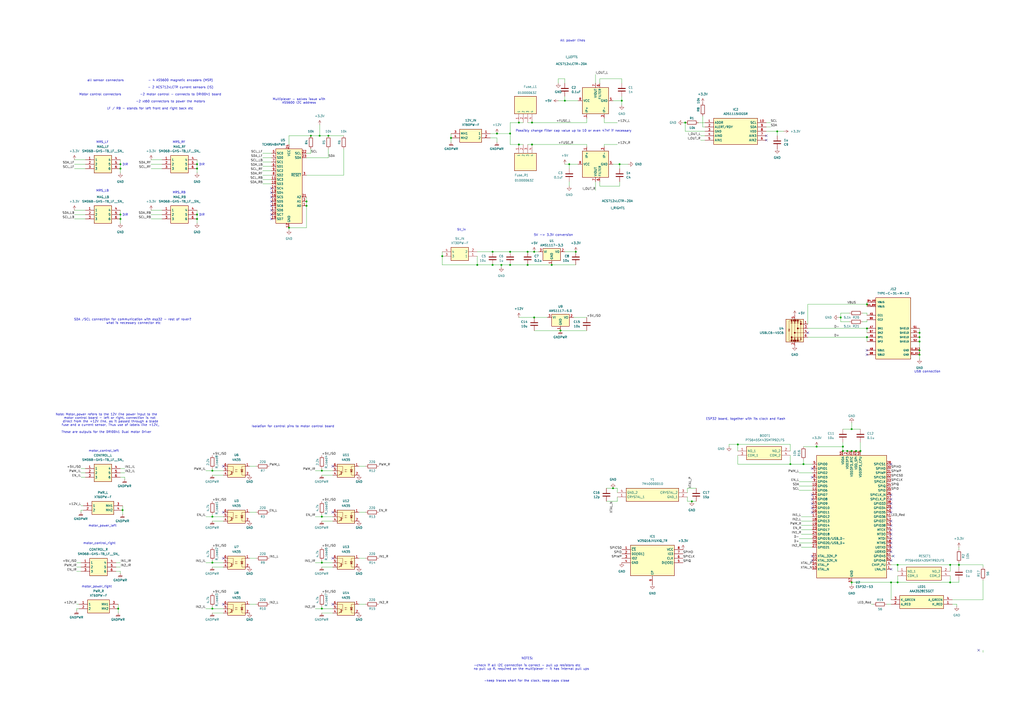
<source format=kicad_sch>
(kicad_sch (version 20231120) (generator "eeschema") (generator_version "8.0")
  (paper "A2")
  (lib_symbols
    (symbol "01000063Z:01000063Z"
      (property "Reference" "U" (at 16.51 7.62 0))
      (property "Value" "01000063Z" (at 16.51 5.08 0))
      (symbol "01000063Z_1_1"
        (pin passive line (at 0 0 0) (length 5.08) (name "1") (number "1"))
        (pin passive line (at 0 -2.54 0) (length 5.08) (name "2") (number "2"))
        (pin passive line (at 0 -5.08 0) (length 5.08) (name "3") (number "3"))
        (pin passive line (at 0 -7.62 0) (length 5.08) (name "4") (number "4"))
      )
    )
    (symbol "7M40000010:7M40000010"
      (property "Reference" "Y" (at 36.83 7.62 0))
      (property "Value" "7M40000010" (at 36.83 5.08 0))
      (symbol "7M40000010_1_1"
        (pin passive line (at 0 -2.54 0) (length 5.08) (name "CRYSTAL_1") (number "1"))
        (pin passive line (at 40.64 -2.54 180) (length 5.08) (name "GND_1") (number "2"))
        (pin passive line (at 40.64 0 180) (length 5.08) (name "CRYSTAL_2") (number "3"))
        (pin passive line (at 0 0 0) (length 5.08) (name "GND_2") (number "4"))
      )
    )
    (symbol "AAA3528ESGCT:AAA3528ESGCT"
      (property "Reference" "LED" (at 31.75 7.62 0))
      (property "Value" "AAA3528ESGCT" (at 31.75 5.08 0))
      (symbol "AAA3528ESGCT_1_1"
        (pin passive line (at 35.56 -2.54 180) (length 5.08) (name "K_RED") (number "1"))
        (pin passive line (at 0 -2.54 0) (length 5.08) (name "A_RED") (number "2"))
        (pin passive line (at 0 0 0) (length 5.08) (name "K_GREEN") (number "3"))
        (pin passive line (at 35.56 0 180) (length 5.08) (name "A_GREEN") (number "4"))
      )
    )
    (symbol "ADS1115IDGSR:ADS1115IDGSR"
      (property "Reference" "IC" (at 31.75 7.62 0))
      (property "Value" "ADS1115IDGSR" (at 31.75 5.08 0))
      (symbol "ADS1115IDGSR_1_1"
        (pin passive line (at 0 0 0) (length 5.08) (name "ADDR") (number "1"))
        (pin passive line (at 35.56 0 180) (length 5.08) (name "SCL") (number "10"))
        (pin passive line (at 0 -2.54 0) (length 5.08) (name "ALERT/RDY") (number "2"))
        (pin passive line (at 0 -5.08 0) (length 5.08) (name "GND") (number "3"))
        (pin passive line (at 0 -7.62 0) (length 5.08) (name "AIN0") (number "4"))
        (pin passive line (at 0 -10.16 0) (length 5.08) (name "AIN1") (number "5"))
        (pin passive line (at 35.56 -10.16 180) (length 5.08) (name "AIN2") (number "6"))
        (pin passive line (at 35.56 -7.62 180) (length 5.08) (name "AIN3") (number "7"))
        (pin passive line (at 35.56 -5.08 180) (length 5.08) (name "VDD") (number "8"))
        (pin passive line (at 35.56 -2.54 180) (length 5.08) (name "SDA") (number "9"))
      )
    )
    (symbol "Device:C" (pin_numbers hide) (pin_names (offset 0.254))
      (property "Reference" "C" (at 0.635 2.54 0))
      (property "Value" "C" (at 0.635 -2.54 0))
      (symbol "C_1_1"
        (pin passive line (at 0 3.81 270) (length 2.794) (name "~") (number "1"))
        (pin passive line (at 0 -3.81 90) (length 2.794) (name "~") (number "2"))
      )
    )
    (symbol "Device:R" (pin_numbers hide) (pin_names (offset 0))
      (property "Reference" "R" (at 2.032 0 90))
      (property "Value" "R" (at 0 0 90))
      (symbol "R_1_1"
        (pin passive line (at 0 3.81 270) (length 1.27) (name "~") (number "1"))
        (pin passive line (at 0 -3.81 90) (length 1.27) (name "~") (number "2"))
      )
    )
    (symbol "Interface_Expansion:TCA9548APWR"
      (property "Reference" "U" (at -7.62 21.59 0))
      (property "Value" "TCA9548APWR" (at 1.016 21.59 0))
      (symbol "TCA9548APWR_1_1"
        (pin input line (at -10.16 -12.7 0) (length 2.54) (name "A0") (number "1"))
        (pin bidirectional line (at 10.16 0 180) (length 2.54) (name "SD3") (number "10"))
        (pin output line (at 10.16 2.54 180) (length 2.54) (name "SC3") (number "11"))
        (pin power_in line (at 0 -25.4 90) (length 2.54) (name "GND") (number "12"))
        (pin bidirectional line (at 10.16 -5.08 180) (length 2.54) (name "SD4") (number "13"))
        (pin output line (at 10.16 -2.54 180) (length 2.54) (name "SC4") (number "14"))
        (pin bidirectional line (at 10.16 -10.16 180) (length 2.54) (name "SD5") (number "15"))
        (pin output line (at 10.16 -7.62 180) (length 2.54) (name "SC5") (number "16"))
        (pin bidirectional line (at 10.16 -15.24 180) (length 2.54) (name "SD6") (number "17"))
        (pin output line (at 10.16 -12.7 180) (length 2.54) (name "SC6") (number "18"))
        (pin bidirectional line (at 10.16 -20.32 180) (length 2.54) (name "SD7") (number "19"))
        (pin input line (at -10.16 -10.16 0) (length 2.54) (name "A1") (number "2"))
        (pin output line (at 10.16 -17.78 180) (length 2.54) (name "SC7") (number "20"))
        (pin input line (at -10.16 -7.62 0) (length 2.54) (name "A2") (number "21"))
        (pin input line (at -10.16 17.78 0) (length 2.54) (name "SCL") (number "22"))
        (pin bidirectional line (at -10.16 15.24 0) (length 2.54) (name "SDA") (number "23"))
        (pin power_in line (at 0 22.86 270) (length 2.54) (name "VCC") (number "24"))
        (pin input line (at -10.16 5.08 0) (length 2.54) (name "~{RESET}") (number "3"))
        (pin bidirectional line (at 10.16 15.24 180) (length 2.54) (name "SD0") (number "4"))
        (pin output line (at 10.16 17.78 180) (length 2.54) (name "SC0") (number "5"))
        (pin bidirectional line (at 10.16 10.16 180) (length 2.54) (name "SD1") (number "6"))
        (pin output line (at 10.16 12.7 180) (length 2.54) (name "SC1") (number "7"))
        (pin bidirectional line (at 10.16 5.08 180) (length 2.54) (name "SD2") (number "8"))
        (pin output line (at 10.16 7.62 180) (length 2.54) (name "SC2") (number "9"))
      )
    )
    (symbol "Isolator:4N35" (pin_names (offset 1.016))
      (property "Reference" "U" (at -5.08 5.08 0))
      (property "Value" "4N35" (at 0 5.08 0))
      (symbol "4N35_1_1"
        (pin passive line (at -7.62 2.54 0) (length 2.54) (name "~") (number "1"))
        (pin passive line (at -7.62 -2.54 0) (length 2.54) (name "~") (number "2"))
        (pin no_connect line (at -5.08 0 0) (length 2.54) hide (name "NC") (number "3"))
        (pin passive line (at 7.62 -2.54 180) (length 2.54) (name "~") (number "4"))
        (pin passive line (at 7.62 0 180) (length 2.54) (name "~") (number "5"))
        (pin passive line (at 7.62 2.54 180) (length 2.54) (name "~") (number "6"))
      )
    )
    (symbol "MCU_Espressif:ESP32-S3"
      (property "Reference" "U" (at 10.16 -38.1 0))
      (property "Value" "ESP32-S3" (at 13.97 -40.64 0))
      (symbol "ESP32-S3_1_0"
        (pin bidirectional line (at 22.86 12.7 180) (length 2.54) (name "SPICLK_N") (number "36"))
        (pin bidirectional line (at 22.86 -10.16 180) (length 2.54) (name "MTDO") (number "45"))
        (pin bidirectional line (at 22.86 -22.86 180) (length 2.54) (name "GPIO45") (number "51"))
        (pin passive line (at -5.08 38.1 270) (length 2.54) hide (name "VDDA") (number "56"))
      )
      (symbol "ESP32-S3_1_1"
        (pin bidirectional line (at 22.86 -30.48 180) (length 2.54) (name "LNA_IN") (number "1"))
        (pin bidirectional line (at -22.86 17.78 0) (length 2.54) (name "GPIO5") (number "10"))
        (pin bidirectional line (at -22.86 15.24 0) (length 2.54) (name "GPIO6") (number "11"))
        (pin bidirectional line (at -22.86 12.7 0) (length 2.54) (name "GPIO7") (number "12"))
        (pin bidirectional line (at -22.86 10.16 0) (length 2.54) (name "GPIO8") (number "13"))
        (pin bidirectional line (at -22.86 7.62 0) (length 2.54) (name "GPIO9") (number "14"))
        (pin bidirectional line (at -22.86 5.08 0) (length 2.54) (name "GPIO10") (number "15"))
        (pin bidirectional line (at -22.86 2.54 0) (length 2.54) (name "GPIO11") (number "16"))
        (pin bidirectional line (at -22.86 0 0) (length 2.54) (name "GPIO12") (number "17"))
        (pin bidirectional line (at -22.86 -2.54 0) (length 2.54) (name "GPIO13") (number "18"))
        (pin bidirectional line (at -22.86 -5.08 0) (length 2.54) (name "GPIO14") (number "19"))
        (pin power_in line (at -2.54 38.1 270) (length 2.54) (name "VDD3P3") (number "2"))
        (pin power_in line (at 0 38.1 270) (length 2.54) (name "VDD3P3_RTC") (number "20"))
        (pin passive line (at -22.86 -22.86 0) (length 2.54) (name "XTAL_32K_P") (number "21"))
        (pin passive line (at -22.86 -25.4 0) (length 2.54) (name "XTAL_32K_N") (number "22"))
        (pin bidirectional line (at -22.86 -7.62 0) (length 2.54) (name "GPIO17") (number "23"))
        (pin bidirectional line (at -22.86 -10.16 0) (length 2.54) (name "GPIO18") (number "24"))
        (pin bidirectional line (at -22.86 -12.7 0) (length 2.54) (name "GPIO19/USB_D-") (number "25"))
        (pin bidirectional line (at -22.86 -15.24 0) (length 2.54) (name "GPIO20/USB_D+") (number "26"))
        (pin bidirectional line (at -22.86 -17.78 0) (length 2.54) (name "GPIO21") (number "27"))
        (pin bidirectional line (at 22.86 30.48 180) (length 2.54) (name "SPICS1") (number "28"))
        (pin power_in line (at 2.54 38.1 270) (length 2.54) (name "VDD_SPI") (number "29"))
        (pin passive line (at -2.54 38.1 270) (length 2.54) hide (name "VDD3P3") (number "3"))
        (pin bidirectional line (at 22.86 27.94 180) (length 2.54) (name "SPIHD") (number "30"))
        (pin bidirectional line (at 22.86 25.4 180) (length 2.54) (name "SPIWP") (number "31"))
        (pin bidirectional line (at 22.86 22.86 180) (length 2.54) (name "SPICS0") (number "32"))
        (pin bidirectional line (at 22.86 20.32 180) (length 2.54) (name "SPICLK") (number "33"))
        (pin bidirectional line (at 22.86 17.78 180) (length 2.54) (name "SPIQ") (number "34"))
        (pin bidirectional line (at 22.86 15.24 180) (length 2.54) (name "SPID") (number "35"))
        (pin bidirectional line (at 22.86 10.16 180) (length 2.54) (name "SPICLK_P") (number "37"))
        (pin bidirectional line (at 22.86 7.62 180) (length 2.54) (name "GPIO33") (number "38"))
        (pin bidirectional line (at 22.86 5.08 180) (length 2.54) (name "GPIO34") (number "39"))
        (pin input line (at 22.86 -27.94 180) (length 2.54) (name "CHIP_PU") (number "4"))
        (pin bidirectional line (at 22.86 2.54 180) (length 2.54) (name "GPIO35") (number "40"))
        (pin bidirectional line (at 22.86 0 180) (length 2.54) (name "GPIO36") (number "41"))
        (pin bidirectional line (at 22.86 -2.54 180) (length 2.54) (name "GPIO37") (number "42"))
        (pin bidirectional line (at 22.86 -5.08 180) (length 2.54) (name "GPIO38") (number "43"))
        (pin bidirectional line (at 22.86 -7.62 180) (length 2.54) (name "MTCK") (number "44"))
        (pin power_in line (at 5.08 38.1 270) (length 2.54) (name "VDD3P3_CPU") (number "46"))
        (pin bidirectional line (at 22.86 -12.7 180) (length 2.54) (name "MTDI") (number "47"))
        (pin bidirectional line (at 22.86 -15.24 180) (length 2.54) (name "MTMS") (number "48"))
        (pin bidirectional line (at 22.86 -17.78 180) (length 2.54) (name "U0TXD") (number "49"))
        (pin bidirectional line (at -22.86 30.48 0) (length 2.54) (name "GPIO0") (number "5"))
        (pin bidirectional line (at 22.86 -20.32 180) (length 2.54) (name "U0RXD") (number "50"))
        (pin bidirectional line (at 22.86 -25.4 180) (length 2.54) (name "GPIO46") (number "52"))
        (pin output line (at -22.86 -30.48 0) (length 2.54) (name "XTAL_N") (number "53"))
        (pin input line (at -22.86 -27.94 0) (length 2.54) (name "XTAL_P") (number "54"))
        (pin power_in line (at -5.08 38.1 270) (length 2.54) (name "VDDA") (number "55"))
        (pin power_in line (at 0 -38.1 90) (length 2.54) (name "GND") (number "57"))
        (pin bidirectional line (at -22.86 27.94 0) (length 2.54) (name "GPIO1") (number "6"))
        (pin bidirectional line (at -22.86 25.4 0) (length 2.54) (name "GPIO2") (number "7"))
        (pin bidirectional line (at -22.86 22.86 0) (length 2.54) (name "GPIO3") (number "8"))
        (pin bidirectional line (at -22.86 20.32 0) (length 2.54) (name "GPIO4") (number "9"))
      )
    )
    (symbol "PTS645SK43SMTR92LFS:PTS645SK43SMTR92LFS"
      (property "Reference" "S" (at 26.67 7.62 0))
      (property "Value" "PTS645SK43SMTR92LFS" (at 26.67 5.08 0))
      (symbol "PTS645SK43SMTR92LFS_1_1"
        (pin passive line (at 0 0 0) (length 5.08) (name "NO_1") (number "1"))
        (pin passive line (at 30.48 0 180) (length 5.08) (name "NO_2") (number "2"))
        (pin passive line (at 0 -2.54 0) (length 5.08) (name "COM_1") (number "3"))
        (pin passive line (at 30.48 -2.54 180) (length 5.08) (name "COM_2") (number "4"))
      )
    )
    (symbol "Power_Protection:USBLC6-4SC6" (pin_names hide)
      (property "Reference" "U" (at 1.27 9.525 0))
      (property "Value" "USBLC6-4SC6" (at 1.27 6.985 0))
      (symbol "USBLC6-4SC6_1_1"
        (pin passive line (at -7.62 2.54 0) (length 2.54) (name "I/O1") (number "1"))
        (pin passive line (at 0 -10.16 90) (length 2.54) (name "GND") (number "2"))
        (pin passive line (at -7.62 0 0) (length 2.54) (name "I/O2") (number "3"))
        (pin passive line (at -7.62 -2.54 0) (length 2.54) (name "I/O3") (number "4"))
        (pin passive line (at 0 7.62 270) (length 2.54) (name "VBUS") (number "5"))
        (pin passive line (at -7.62 -5.08 0) (length 2.54) (name "I/O4") (number "6"))
      )
    )
    (symbol "Regulator_Linear:AMS1117-3.3"
      (property "Reference" "U" (at -3.81 3.175 0))
      (property "Value" "AMS1117-3.3" (at 0 3.175 0))
      (symbol "AMS1117-3.3_1_1"
        (pin power_in line (at 0 -7.62 90) (length 2.54) (name "GND") (number "1"))
        (pin power_out line (at 7.62 0 180) (length 2.54) (name "VO") (number "2"))
        (pin power_in line (at -7.62 0 0) (length 2.54) (name "VI") (number "3"))
      )
    )
    (symbol "Regulator_Linear:AMS1117-5.0"
      (property "Reference" "U" (at -3.81 3.175 0))
      (property "Value" "AMS1117-5.0" (at 0 3.175 0))
      (symbol "AMS1117-5.0_1_1"
        (pin power_in line (at 0 -7.62 90) (length 2.54) (name "GND") (number "1"))
        (pin power_out line (at 7.62 0 180) (length 2.54) (name "VO") (number "2"))
        (pin power_in line (at -7.62 0 0) (length 2.54) (name "VI") (number "3"))
      )
    )
    (symbol "SM06B-GHS-TB_LF__SN_:SM06B-GHS-TB_LF__SN_"
      (property "Reference" "J" (at 16.51 7.62 0))
      (property "Value" "SM06B-GHS-TB_LF__SN_" (at 16.51 5.08 0))
      (symbol "SM06B-GHS-TB_LF__SN__1_1"
        (pin passive line (at 0 0 0) (length 5.08) (name "1") (number "1"))
        (pin passive line (at 0 -2.54 0) (length 5.08) (name "2") (number "2"))
        (pin passive line (at 0 -5.08 0) (length 5.08) (name "3") (number "3"))
        (pin passive line (at 20.32 0 180) (length 5.08) (name "4") (number "4"))
        (pin passive line (at 20.32 -2.54 180) (length 5.08) (name "5") (number "5"))
        (pin passive line (at 20.32 -5.08 180) (length 5.08) (name "6") (number "6"))
      )
    )
    (symbol "Sensor_Current:ACS712xLCTR-20A"
      (property "Reference" "U" (at 2.54 11.43 0))
      (property "Value" "ACS712xLCTR-20A" (at 2.54 8.89 0))
      (symbol "ACS712xLCTR-20A_1_1"
        (pin passive line (at -10.16 5.08 0) (length 2.54) (name "IP+") (number "1"))
        (pin passive line (at -10.16 5.08 0) (length 2.54) hide (name "IP+") (number "2"))
        (pin passive line (at -10.16 -5.08 0) (length 2.54) (name "IP-") (number "3"))
        (pin passive line (at -10.16 -5.08 0) (length 2.54) hide (name "IP-") (number "4"))
        (pin power_in line (at 0 -10.16 90) (length 2.54) (name "GND") (number "5"))
        (pin passive line (at 10.16 -2.54 180) (length 2.54) (name "FILTER") (number "6"))
        (pin output line (at 10.16 0 180) (length 2.54) (name "VIOUT") (number "7"))
        (pin power_in line (at 0 10.16 270) (length 2.54) (name "VCC") (number "8"))
      )
    )
    (symbol "TYPE-C-31-M-12:TYPE-C-31-M-12" (pin_names (offset 1.016))
      (property "Reference" "J" (at 0 16.51 0))
      (property "Value" "TYPE-C-31-M-12" (at 0 15.24 0))
      (symbol "TYPE-C-31-M-12_0_0"
        (pin power_in line (at 15.24 -17.78 180) (length 5.08) (name "GND") (number "A1_B12"))
        (pin power_in line (at -15.24 7.62 0) (length 5.08) (name "VBUS") (number "A4_B9"))
        (pin bidirectional line (at -15.24 2.54 0) (length 5.08) (name "CC1") (number "A5"))
        (pin bidirectional line (at -15.24 -10.16 0) (length 5.08) (name "DP1") (number "A6"))
        (pin bidirectional line (at -15.24 -5.08 0) (length 5.08) (name "DN1") (number "A7"))
        (pin bidirectional line (at -15.24 -17.78 0) (length 5.08) (name "SBU1") (number "A8"))
        (pin power_in line (at 15.24 -20.32 180) (length 5.08) (name "GND") (number "B1_A12"))
        (pin power_in line (at -15.24 10.16 0) (length 5.08) (name "VBUS") (number "B4_A9"))
        (pin bidirectional line (at -15.24 0 0) (length 5.08) (name "CC2") (number "B5"))
        (pin bidirectional line (at -15.24 -12.7 0) (length 5.08) (name "DP2") (number "B6"))
        (pin bidirectional line (at -15.24 -7.62 0) (length 5.08) (name "DN2") (number "B7"))
        (pin bidirectional line (at -15.24 -20.32 0) (length 5.08) (name "SBU2") (number "B8"))
        (pin passive line (at 15.24 -12.7 180) (length 5.08) (name "SHIELD") (number "S2"))
        (pin passive line (at 15.24 -10.16 180) (length 5.08) (name "SHIELD") (number "S3"))
        (pin passive line (at 15.24 -7.62 180) (length 5.08) (name "SHIELD") (number "S4"))
      )
      (symbol "TYPE-C-31-M-12_1_0"
        (pin passive line (at 15.24 -5.08 180) (length 5.08) (name "SHIELD") (number "S1"))
      )
    )
    (symbol "W25Q16JVUXIQ_TR:W25Q16JVUXIQ_TR"
      (property "Reference" "IC" (at 31.75 7.62 0))
      (property "Value" "W25Q16JVUXIQ_TR" (at 31.75 5.08 0))
      (symbol "W25Q16JVUXIQ_TR_1_1"
        (pin passive line (at 0 0 0) (length 5.08) (name "~{CS}") (number "1"))
        (pin passive line (at 0 -2.54 0) (length 5.08) (name "DO(IO1)") (number "2"))
        (pin passive line (at 0 -5.08 0) (length 5.08) (name "IO2") (number "3"))
        (pin passive line (at 0 -7.62 0) (length 5.08) (name "GND") (number "4"))
        (pin passive line (at 35.56 -7.62 180) (length 5.08) (name "DI(IO0)") (number "5"))
        (pin passive line (at 35.56 -5.08 180) (length 5.08) (name "CLK") (number "6"))
        (pin passive line (at 35.56 -2.54 180) (length 5.08) (name "IO3") (number "7"))
        (pin passive line (at 35.56 0 180) (length 5.08) (name "VCC") (number "8"))
        (pin passive line (at 17.78 -20.32 90) (length 5.08) (name "EP") (number "9"))
      )
    )
    (symbol "XT30PW-F:XT30PW-F"
      (property "Reference" "J" (at 16.51 7.62 0))
      (property "Value" "XT30PW-F" (at 16.51 5.08 0))
      (symbol "XT30PW-F_1_1"
        (pin passive line (at 0 0 0) (length 5.08) (name "1") (number "1"))
        (pin passive line (at 0 -2.54 0) (length 5.08) (name "2") (number "2"))
        (pin passive line (at 20.32 0 180) (length 5.08) (name "3") (number "3"))
        (pin passive line (at 20.32 -2.54 180) (length 5.08) (name "4") (number "4"))
      )
    )
    (symbol "XT60PW-F:XT60PW-F"
      (property "Reference" "J" (at 19.05 7.62 0))
      (property "Value" "XT60PW-F" (at 19.05 5.08 0))
      (symbol "XT60PW-F_1_1"
        (pin passive line (at 0 0 0) (length 5.08) (name "1") (number "1"))
        (pin passive line (at 0 -2.54 0) (length 5.08) (name "2") (number "2"))
        (pin passive line (at 22.86 0 180) (length 5.08) (name "MH1") (number "3"))
        (pin passive line (at 22.86 -2.54 180) (length 5.08) (name "MH2") (number "4"))
      )
    )
    (symbol "power:+12V" (power) (pin_numbers hide) (pin_names (offset 0) hide)
      (property "Value" "+12V" (at 0 3.556 0))
      (symbol "+12V_1_1"
        (pin power_in line (at 0 0 90) (length 0) (name "~") (number "1"))
      )
    )
    (symbol "power:+3.3V" (power) (pin_numbers hide) (pin_names (offset 0) hide)
      (property "Value" "+3.3V" (at 0 3.556 0))
      (symbol "+3.3V_1_1"
        (pin power_in line (at 0 0 90) (length 0) (name "~") (number "1"))
      )
    )
    (symbol "power:+5V" (power) (pin_numbers hide) (pin_names (offset 0) hide)
      (property "Value" "+5V" (at 0 3.556 0))
      (symbol "+5V_1_1"
        (pin power_in line (at 0 0 90) (length 0) (name "~") (number "1"))
      )
    )
    (symbol "power:GND" (power) (pin_numbers hide) (pin_names (offset 0) hide)
      (property "Value" "GND" (at 0 -3.81 0))
      (symbol "GND_1_1"
        (pin power_in line (at 0 0 270) (length 0) (name "~") (number "1"))
      )
    )
    (symbol "power:GNDPWR" (power) (pin_numbers hide) (pin_names (offset 0) hide)
      (property "Value" "GNDPWR" (at 0 -3.302 0))
      (symbol "GNDPWR_1_1"
        (pin power_in line (at 0 0 270) (length 0) (name "~") (number "1"))
      )
    )
  )
  (junction (at 71.12 295.91))
  (junction (at 494.03 337.82))
  (junction (at 186.69 326.39))
  (junction (at 295.91 153.67))
  (junction (at 473.71 259.08))
  (junction (at 308.61 71.12))
  (junction (at 177.8 116.84))
  (junction (at 551.18 337.82))
  (junction (at 306.07 146.05))
  (junction (at 520.7 337.82))
  (junction (at 466.09 269.24))
  (junction (at 499.11 261.62))
  (junction (at 295.91 77.47))
  (junction (at 167.64 132.08))
  (junction (at 186.69 299.72))
  (junction (at 533.4 198.12))
  (junction (at 309.88 146.05))
  (junction (at 186.69 273.05))
  (junction (at 256.54 148.59))
  (junction (at 496.57 261.62))
  (junction (at 123.19 353.06))
  (junction (at 494.03 248.92))
  (junction (at 520.7 327.66))
  (junction (at 487.68 184.15))
  (junction (at 300.99 83.82))
  (junction (at 397.51 71.12))
  (junction (at 190.5 78.74))
  (junction (at 285.75 153.67))
  (junction (at 359.41 95.25))
  (junction (at 114.3 127))
  (junction (at 123.19 299.72))
  (junction (at 306.07 153.67))
  (junction (at 295.91 146.05))
  (junction (at 309.88 184.15))
  (junction (at 488.95 261.62))
  (junction (at 69.85 97.79))
  (junction (at 288.29 77.47))
  (junction (at 427.99 257.81))
  (junction (at 502.92 195.58))
  (junction (at 450.85 76.2))
  (junction (at 494.03 261.62))
  (junction (at 334.01 146.05))
  (junction (at 68.58 353.06))
  (junction (at 276.86 153.67))
  (junction (at 533.4 205.74))
  (junction (at 308.61 83.82))
  (junction (at 533.4 203.2))
  (junction (at 320.04 153.67))
  (junction (at 69.85 127))
  (junction (at 330.2 95.25))
  (junction (at 360.68 58.42))
  (junction (at 502.92 190.5))
  (junction (at 488.95 259.08))
  (junction (at 290.83 153.67))
  (junction (at 516.89 337.82))
  (junction (at 114.3 97.79))
  (junction (at 355.6 283.21))
  (junction (at 69.85 95.25))
  (junction (at 261.62 80.01))
  (junction (at 327.66 58.42))
  (junction (at 551.18 327.66))
  (junction (at 533.4 195.58))
  (junction (at 185.42 78.74))
  (junction (at 502.92 176.53))
  (junction (at 401.32 290.83))
  (junction (at 114.3 124.46))
  (junction (at 123.19 326.39))
  (junction (at 325.12 191.77))
  (junction (at 180.34 78.74))
  (junction (at 177.8 119.38))
  (junction (at 69.85 124.46))
  (junction (at 458.47 269.24))
  (junction (at 186.69 353.06))
  (junction (at 491.49 261.62))
  (junction (at 556.26 327.66))
  (junction (at 285.75 146.05))
  (junction (at 114.3 95.25))
  (junction (at 300.99 71.12))
  (junction (at 123.19 273.05))
  (junction (at 533.4 193.04))
  (no_connect (at 157.48 127))
  (no_connect (at 193.04 270.51))
  (no_connect (at 516.89 294.64))
  (no_connect (at 516.89 320.04))
  (no_connect (at 193.04 350.52))
  (no_connect (at 471.17 276.86))
  (no_connect (at 471.17 325.12))
  (no_connect (at 157.48 111.76))
  (no_connect (at 502.92 203.2))
  (no_connect (at 516.89 314.96))
  (no_connect (at 193.04 323.85))
  (no_connect (at 193.04 297.18))
  (no_connect (at 471.17 292.1))
  (no_connect (at 157.48 114.3))
  (no_connect (at 471.17 287.02))
  (no_connect (at 516.89 312.42))
  (no_connect (at 468.63 193.04))
  (no_connect (at 129.54 297.18))
  (no_connect (at 444.5 81.28))
  (no_connect (at 516.89 304.8))
  (no_connect (at 516.89 269.24))
  (no_connect (at 157.48 121.92))
  (no_connect (at 516.89 302.26))
  (no_connect (at 516.89 287.02))
  (no_connect (at 444.5 78.74))
  (no_connect (at 471.17 322.58))
  (no_connect (at 157.48 116.84))
  (no_connect (at 516.89 330.2))
  (no_connect (at 157.48 109.22))
  (no_connect (at 516.89 289.56))
  (no_connect (at 157.48 119.38))
  (no_connect (at 129.54 350.52))
  (no_connect (at 516.89 325.12))
  (no_connect (at 516.89 297.18))
  (no_connect (at 567.69 377.19))
  (no_connect (at 129.54 270.51))
  (no_connect (at 516.89 292.1))
  (no_connect (at 516.89 317.5))
  (no_connect (at 516.89 309.88))
  (no_connect (at 518.16 322.58))
  (no_connect (at 471.17 297.18))
  (no_connect (at 129.54 323.85))
  (no_connect (at 471.17 271.78))
  (no_connect (at 471.17 294.64))
  (no_connect (at 471.17 289.56))
  (no_connect (at 157.48 124.46))
  (no_connect (at 516.89 307.34))
  (no_connect (at 502.92 205.74))
  (wire (pts (xy 502.92 185.42) (xy 502.92 186.69)))
  (wire (pts (xy 340.36 71.12) (xy 308.61 71.12)))
  (wire (pts (xy 502.92 195.58) (xy 502.92 198.12)))
  (wire (pts (xy 284.48 77.47) (xy 288.29 77.47)))
  (wire (pts (xy 119.38 326.39) (xy 123.19 326.39)))
  (wire (pts (xy 44.45 326.39) (xy 46.99 326.39)))
  (wire (pts (xy 533.4 205.74) (xy 533.4 208.28)))
  (wire (pts (xy 464.82 304.8) (xy 471.17 304.8)))
  (wire (pts (xy 359.41 95.25) (xy 355.6 95.25)))
  (wire (pts (xy 516.89 322.58) (xy 518.16 322.58)))
  (wire (pts (xy 464.82 302.26) (xy 471.17 302.26)))
  (wire (pts (xy 499.11 256.54) (xy 499.11 261.62)))
  (wire (pts (xy 123.19 298.45) (xy 123.19 299.72)))
  (wire (pts (xy 186.69 271.78) (xy 186.69 273.05)))
  (wire (pts (xy 46.99 295.91) (xy 46.99 297.18)))
  (wire (pts (xy 450.85 76.2) (xy 454.66 76.2)))
  (wire (pts (xy 152.4 88.9) (xy 157.48 88.9)))
  (wire (pts (xy 284.48 80.01) (xy 288.29 80.01)))
  (wire (pts (xy 466.09 269.24) (xy 471.17 269.24)))
  (wire (pts (xy 199.39 86.36) (xy 199.39 101.6)))
  (wire (pts (xy 502.92 186.69) (xy 500.38 186.69)))
  (wire (pts (xy 144.78 350.52) (xy 148.59 350.52)))
  (wire (pts (xy 295.91 83.82) (xy 300.99 83.82)))
  (wire (pts (xy 123.19 353.06) (xy 129.54 353.06)))
  (wire (pts (xy 323.85 45.72) (xy 327.66 45.72)))
  (wire (pts (xy 186.69 273.05) (xy 193.04 273.05)))
  (wire (pts (xy 186.69 351.79) (xy 186.69 353.06)))
  (wire (pts (xy 492.76 181.61) (xy 487.68 181.61)))
  (wire (pts (xy 502.92 190.5) (xy 502.92 193.04)))
  (wire (pts (xy 295.91 83.82) (xy 295.91 77.47)))
  (wire (pts (xy 499.11 261.62) (xy 496.57 261.62)))
  (wire (pts (xy 551.18 327.66) (xy 551.18 331.47)))
  (wire (pts (xy 494.03 337.82) (xy 494.03 339.09)))
  (wire (pts (xy 398.78 283.21) (xy 398.78 285.75)))
  (wire (pts (xy 46.99 271.78) (xy 49.53 271.78)))
  (wire (pts (xy 123.19 271.78) (xy 123.19 273.05)))
  (wire (pts (xy 330.2 97.79) (xy 330.2 95.25)))
  (wire (pts (xy 43.18 127) (xy 49.53 127)))
  (wire (pts (xy 87.63 95.25) (xy 93.98 95.25)))
  (wire (pts (xy 123.19 325.12) (xy 123.19 326.39)))
  (wire (pts (xy 330.2 95.25) (xy 335.28 95.25)))
  (wire (pts (xy 514.35 350.52) (xy 516.89 350.52)))
  (wire (pts (xy 397.51 76.2) (xy 408.94 76.2)))
  (wire (pts (xy 186.69 298.45) (xy 186.69 299.72)))
  (wire (pts (xy 502.92 176.53) (xy 502.92 177.8)))
  (wire (pts (xy 496.57 261.62) (xy 494.03 261.62)))
  (wire (pts (xy 186.69 355.6) (xy 193.04 355.6)))
  (wire (pts (xy 347.98 107.95) (xy 359.41 107.95)))
  (wire (pts (xy 43.18 124.46) (xy 49.53 124.46)))
  (wire (pts (xy 182.88 299.72) (xy 186.69 299.72)))
  (wire (pts (xy 177.8 101.6) (xy 199.39 101.6)))
  (wire (pts (xy 463.55 281.94) (xy 471.17 281.94)))
  (wire (pts (xy 327.66 45.72) (xy 327.66 48.26)))
  (wire (pts (xy 123.19 326.39) (xy 129.54 326.39)))
  (wire (pts (xy 261.62 80.01) (xy 261.62 82.55)))
  (wire (pts (xy 494.03 248.92) (xy 499.11 248.92)))
  (wire (pts (xy 69.85 127) (xy 69.85 129.54)))
  (wire (pts (xy 427.99 261.62) (xy 427.99 257.81)))
  (wire (pts (xy 554.99 350.52) (xy 552.45 350.52)))
  (wire (pts (xy 182.88 273.05) (xy 186.69 273.05)))
  (wire (pts (xy 185.42 72.39) (xy 185.42 78.74)))
  (wire (pts (xy 119.38 299.72) (xy 123.19 299.72)))
  (wire (pts (xy 43.18 95.25) (xy 49.53 95.25)))
  (wire (pts (xy 473.71 259.08) (xy 488.95 259.08)))
  (wire (pts (xy 327.66 146.05) (xy 334.01 146.05)))
  (wire (pts (xy 68.58 350.52) (xy 68.58 353.06)))
  (wire (pts (xy 300.99 184.15) (xy 309.88 184.15)))
  (wire (pts (xy 44.45 353.06) (xy 44.45 354.33)))
  (wire (pts (xy 152.4 93.98) (xy 157.48 93.98)))
  (wire (pts (xy 208.28 323.85) (xy 212.09 323.85)))
  (wire (pts (xy 556.26 336.55) (xy 556.26 337.82)))
  (wire (pts (xy 43.18 121.92) (xy 49.53 121.92)))
  (wire (pts (xy 190.5 86.36) (xy 190.5 91.44)))
  (wire (pts (xy 87.63 92.71) (xy 93.98 92.71)))
  (wire (pts (xy 464.82 317.5) (xy 471.17 317.5)))
  (wire (pts (xy 69.85 124.46) (xy 69.85 127)))
  (wire (pts (xy 450.85 76.2) (xy 450.85 78.74)))
  (wire (pts (xy 520.7 331.47) (xy 520.7 327.66)))
  (wire (pts (xy 152.4 96.52) (xy 157.48 96.52)))
  (wire (pts (xy 403.86 283.21) (xy 398.78 283.21)))
  (wire (pts (xy 87.63 121.92) (xy 93.98 121.92)))
  (wire (pts (xy 488.95 259.08) (xy 488.95 261.62)))
  (wire (pts (xy 570.23 336.55) (xy 570.23 347.98)))
  (wire (pts (xy 487.68 184.15) (xy 487.68 186.69)))
  (wire (pts (xy 570.23 327.66) (xy 570.23 328.93)))
  (wire (pts (xy 488.95 248.92) (xy 494.03 248.92)))
  (wire (pts (xy 208.28 270.51) (xy 212.09 270.51)))
  (wire (pts (xy 350.52 83.82) (xy 350.52 85.09)))
  (wire (pts (xy 185.42 78.74) (xy 190.5 78.74)))
  (wire (pts (xy 295.91 153.67) (xy 290.83 153.67)))
  (wire (pts (xy 303.53 71.12) (xy 300.99 71.12)))
  (wire (pts (xy 306.07 83.82) (xy 308.61 83.82)))
  (wire (pts (xy 309.88 191.77) (xy 325.12 191.77)))
  (wire (pts (xy 398.78 290.83) (xy 401.32 290.83)))
  (wire (pts (xy 345.44 105.41) (xy 345.44 110.49)))
  (wire (pts (xy 458.47 269.24) (xy 466.09 269.24)))
  (wire (pts (xy 123.19 328.93) (xy 129.54 328.93)))
  (wire (pts (xy 43.18 97.79) (xy 49.53 97.79)))
  (wire (pts (xy 359.41 95.25) (xy 364.49 95.25)))
  (wire (pts (xy 306.07 146.05) (xy 309.88 146.05)))
  (wire (pts (xy 276.86 148.59) (xy 276.86 153.67)))
  (wire (pts (xy 458.47 257.81) (xy 458.47 261.62)))
  (wire (pts (xy 167.64 132.08) (xy 167.64 133.35)))
  (wire (pts (xy 152.4 104.14) (xy 157.48 104.14)))
  (wire (pts (xy 488.95 256.54) (xy 488.95 259.08)))
  (wire (pts (xy 327.66 55.88) (xy 327.66 58.42)))
  (wire (pts (xy 444.5 71.12) (xy 447.04 71.12)))
  (wire (pts (xy 520.7 337.82) (xy 551.18 337.82)))
  (wire (pts (xy 114.3 127) (xy 114.3 129.54)))
  (wire (pts (xy 123.19 275.59) (xy 129.54 275.59)))
  (wire (pts (xy 295.91 146.05) (xy 285.75 146.05)))
  (wire (pts (xy 491.49 261.62) (xy 488.95 261.62)))
  (wire (pts (xy 556.26 327.66) (xy 570.23 327.66)))
  (wire (pts (xy 152.4 101.6) (xy 157.48 101.6)))
  (wire (pts (xy 114.3 124.46) (xy 114.3 127)))
  (wire (pts (xy 152.4 99.06) (xy 157.48 99.06)))
  (wire (pts (xy 71.12 295.91) (xy 71.12 298.45)))
  (wire (pts (xy 71.12 293.37) (xy 71.12 295.91)))
  (wire (pts (xy 468.63 195.58) (xy 502.92 195.58)))
  (wire (pts (xy 556.26 326.39) (xy 556.26 327.66)))
  (wire (pts (xy 345.44 43.18) (xy 345.44 48.26)))
  (wire (pts (xy 309.88 184.15) (xy 317.5 184.15)))
  (wire (pts (xy 43.18 92.71) (xy 49.53 92.71)))
  (wire (pts (xy 427.99 269.24) (xy 427.99 264.16)))
  (wire (pts (xy 186.69 328.93) (xy 193.04 328.93)))
  (wire (pts (xy 444.5 76.2) (xy 450.85 76.2)))
  (wire (pts (xy 208.28 350.52) (xy 212.09 350.52)))
  (wire (pts (xy 355.6 283.21) (xy 358.14 283.21)))
  (wire (pts (xy 463.55 279.4) (xy 471.17 279.4)))
  (wire (pts (xy 72.39 276.86) (xy 69.85 276.86)))
  (wire (pts (xy 358.14 283.21) (xy 358.14 285.75)))
  (wire (pts (xy 396.24 71.12) (xy 397.51 71.12)))
  (wire (pts (xy 466.09 266.7) (xy 466.09 269.24)))
  (wire (pts (xy 295.91 153.67) (xy 306.07 153.67)))
  (wire (pts (xy 167.64 78.74) (xy 167.64 83.82)))
  (wire (pts (xy 69.85 97.79) (xy 69.85 100.33)))
  (wire (pts (xy 533.4 190.5) (xy 533.4 193.04)))
  (wire (pts (xy 427.99 257.81) (xy 458.47 257.81)))
  (wire (pts (xy 182.88 353.06) (xy 186.69 353.06)))
  (wire (pts (xy 48.26 295.91) (xy 46.99 295.91)))
  (wire (pts (xy 405.13 71.12) (xy 408.94 71.12)))
  (wire (pts (xy 295.91 71.12) (xy 295.91 77.47)))
  (wire (pts (xy 554.99 351.79) (xy 554.99 350.52)))
  (wire (pts (xy 347.98 105.41) (xy 347.98 107.95)))
  (wire (pts (xy 327.66 58.42) (xy 335.28 58.42)))
  (wire (pts (xy 306.07 153.67) (xy 320.04 153.67)))
  (wire (pts (xy 46.99 276.86) (xy 49.53 276.86)))
  (wire (pts (xy 323.85 48.26) (xy 323.85 45.72)))
  (wire (pts (xy 180.34 86.36) (xy 180.34 88.9)))
  (wire (pts (xy 177.8 91.44) (xy 190.5 91.44)))
  (wire (pts (xy 458.47 264.16) (xy 458.47 269.24)))
  (wire (pts (xy 359.41 107.95) (xy 359.41 105.41)))
  (wire (pts (xy 68.58 353.06) (xy 68.58 355.6)))
  (wire (pts (xy 516.89 327.66) (xy 520.7 327.66)))
  (wire (pts (xy 144.78 270.51) (xy 148.59 270.51)))
  (wire (pts (xy 464.82 307.34) (xy 471.17 307.34)))
  (wire (pts (xy 350.52 71.12) (xy 358.14 71.12)))
  (wire (pts (xy 44.45 328.93) (xy 46.99 328.93)))
  (wire (pts (xy 358.14 288.29) (xy 358.14 290.83)))
  (wire (pts (xy 295.91 77.47) (xy 288.29 77.47)))
  (wire (pts (xy 46.99 274.32) (xy 49.53 274.32)))
  (wire (pts (xy 422.91 257.81) (xy 427.99 257.81)))
  (wire (pts (xy 123.19 355.6) (xy 129.54 355.6)))
  (wire (pts (xy 463.55 312.42) (xy 471.17 312.42)))
  (wire (pts (xy 494.03 337.82) (xy 516.89 337.82)))
  (wire (pts (xy 256.54 146.05) (xy 256.54 148.59)))
  (wire (pts (xy 186.69 299.72) (xy 193.04 299.72)))
  (wire (pts (xy 119.38 353.06) (xy 123.19 353.06)))
  (wire (pts (xy 463.55 274.32) (xy 471.17 274.32)))
  (wire (pts (xy 300.99 71.12) (xy 295.91 71.12)))
  (wire (pts (xy 422.91 259.08) (xy 422.91 257.81)))
  (wire (pts (xy 114.3 95.25) (xy 114.3 97.79)))
  (wire (pts (xy 180.34 78.74) (xy 185.42 78.74)))
  (wire (pts (xy 186.69 325.12) (xy 186.69 326.39)))
  (wire (pts (xy 114.3 92.71) (xy 114.3 95.25)))
  (wire (pts (xy 406.4 78.74) (xy 408.94 78.74)))
  (wire (pts (xy 69.85 274.32) (xy 72.39 274.32)))
  (wire (pts (xy 308.61 83.82) (xy 340.36 83.82)))
  (wire (pts (xy 186.69 302.26) (xy 193.04 302.26)))
  (wire (pts (xy 256.54 153.67) (xy 276.86 153.67)))
  (wire (pts (xy 570.23 347.98) (xy 552.45 347.98)))
  (wire (pts (xy 72.39 278.13) (xy 72.39 276.86)))
  (wire (pts (xy 87.63 127) (xy 93.98 127)))
  (wire (pts (xy 520.7 334.01) (xy 520.7 337.82)))
  (wire (pts (xy 551.18 327.66) (xy 556.26 327.66)))
  (wire (pts (xy 360.68 58.42) (xy 360.68 60.96)))
  (wire (pts (xy 351.79 283.21) (xy 355.6 283.21)))
  (wire (pts (xy 285.75 146.05) (xy 276.86 146.05)))
  (wire (pts (xy 406.4 81.28) (xy 408.94 81.28)))
  (wire (pts (xy 330.2 107.95) (xy 330.2 105.41)))
  (wire (pts (xy 300.99 83.82) (xy 303.53 83.82)))
  (wire (pts (xy 358.14 290.83) (xy 351.79 290.83)))
  (wire (pts (xy 256.54 148.59) (xy 256.54 153.67)))
  (wire (pts (xy 182.88 326.39) (xy 186.69 326.39)))
  (wire (pts (xy 208.28 297.18) (xy 212.09 297.18)))
  (wire (pts (xy 190.5 78.74) (xy 199.39 78.74)))
  (wire (pts (xy 177.8 116.84) (xy 177.8 114.3)))
  (wire (pts (xy 45.72 353.06) (xy 44.45 353.06)))
  (wire (pts (xy 487.68 186.69) (xy 492.76 186.69)))
  (wire (pts (xy 290.83 153.67) (xy 290.83 154.94)))
  (wire (pts (xy 186.69 353.06) (xy 193.04 353.06)))
  (wire (pts (xy 487.68 181.61) (xy 487.68 184.15)))
  (wire (pts (xy 464.82 309.88) (xy 471.17 309.88)))
  (wire (pts (xy 407.67 73.66) (xy 408.94 73.66)))
  (wire (pts (xy 397.51 76.2) (xy 397.51 71.12)))
  (wire (pts (xy 533.4 203.2) (xy 533.4 205.74)))
  (wire (pts (xy 119.38 273.05) (xy 123.19 273.05)))
  (wire (pts (xy 290.83 153.67) (xy 285.75 153.67)))
  (wire (pts (xy 44.45 331.47) (xy 46.99 331.47)))
  (wire (pts (xy 340.36 71.12) (xy 340.36 68.58)))
  (wire (pts (xy 327.66 95.25) (xy 330.2 95.25)))
  (wire (pts (xy 69.85 121.92) (xy 69.85 124.46)))
  (wire (pts (xy 468.63 176.53) (xy 502.92 176.53)))
  (wire (pts (xy 340.36 83.82) (xy 340.36 85.09)))
  (wire (pts (xy 551.18 334.01) (xy 551.18 337.82)))
  (wire (pts (xy 46.99 293.37) (xy 48.26 293.37)))
  (wire (pts (xy 359.41 97.79) (xy 359.41 95.25)))
  (wire (pts (xy 309.88 146.05) (xy 312.42 146.05)))
  (wire (pts (xy 533.4 198.12) (xy 533.4 203.2)))
  (wire (pts (xy 152.4 91.44) (xy 157.48 91.44)))
  (wire (pts (xy 167.64 132.08) (xy 177.8 132.08)))
  (wire (pts (xy 533.4 193.04) (xy 533.4 195.58)))
  (wire (pts (xy 332.74 184.15) (xy 340.36 184.15)))
  (wire (pts (xy 407.67 67.31) (xy 407.67 73.66)))
  (wire (pts (xy 516.89 337.82) (xy 516.89 347.98)))
  (wire (pts (xy 360.68 58.42) (xy 355.6 58.42)))
  (wire (pts (xy 152.4 106.68) (xy 157.48 106.68)))
  (wire (pts (xy 463.55 284.48) (xy 471.17 284.48)))
  (wire (pts (xy 502.92 181.61) (xy 502.92 182.88)))
  (wire (pts (xy 505.46 350.52) (xy 506.73 350.52)))
  (wire (pts (xy 177.8 88.9) (xy 180.34 88.9)))
  (wire (pts (xy 308.61 71.12) (xy 306.07 71.12)))
  (wire (pts (xy 276.86 153.67) (xy 285.75 153.67)))
  (wire (pts (xy 67.31 328.93) (xy 69.85 328.93)))
  (wire (pts (xy 494.03 261.62) (xy 491.49 261.62)))
  (wire (pts (xy 325.12 191.77) (xy 340.36 191.77)))
  (wire (pts (xy 401.32 290.83) (xy 403.86 290.83)))
  (wire (pts (xy 167.64 78.74) (xy 180.34 78.74)))
  (wire (pts (xy 360.68 55.88) (xy 360.68 58.42)))
  (wire (pts (xy 323.85 58.42) (xy 327.66 58.42)))
  (wire (pts (xy 556.26 317.5) (xy 556.26 318.77)))
  (wire (pts (xy 69.85 331.47) (xy 67.31 331.47)))
  (wire (pts (xy 347.98 45.72) (xy 360.68 45.72)))
  (wire (pts (xy 87.63 97.79) (xy 93.98 97.79)))
  (wire (pts (xy 466.09 259.08) (xy 473.71 259.08)))
  (wire (pts (xy 516.89 337.82) (xy 520.7 337.82)))
  (wire (pts (xy 360.68 45.72) (xy 360.68 48.26)))
  (wire (pts (xy 69.85 92.71) (xy 69.85 95.25)))
  (wire (pts (xy 347.98 48.26) (xy 347.98 45.72)))
  (wire (pts (xy 427.99 269.24) (xy 458.47 269.24)))
  (wire (pts (xy 144.78 323.85) (xy 148.59 323.85)))
  (wire (pts (xy 500.38 181.61) (xy 502.92 181.61)))
  (wire (pts (xy 520.7 327.66) (xy 551.18 327.66)))
  (wire (pts (xy 44.45 350.52) (xy 45.72 350.52)))
  (wire (pts (xy 114.3 97.79) (xy 114.3 100.33)))
  (wire (pts (xy 494.03 245.11) (xy 494.03 248.92)))
  (wire (pts (xy 556.26 327.66) (xy 556.26 328.93)))
  (wire (pts (xy 123.19 351.79) (xy 123.19 353.06)))
  (wire (pts (xy 69.85 271.78) (xy 72.39 271.78)))
  (wire (pts (xy 114.3 121.92) (xy 114.3 124.46)))
  (wire (pts (xy 69.85 95.25) (xy 69.85 97.79)))
  (wire (pts (xy 320.04 153.67) (xy 334.01 153.67)))
  (wire (pts (xy 87.63 124.46) (xy 93.98 124.46)))
  (wire (pts (xy 468.63 176.53) (xy 468.63 187.96)))
  (wire (pts (xy 123.19 299.72) (xy 129.54 299.72)))
  (wire (pts (xy 306.07 146.05) (xy 295.91 146.05)))
  (wire (pts (xy 186.69 326.39) (xy 193.04 326.39)))
  (wire (pts (xy 288.29 82.55) (xy 288.29 80.01)))
  (wire (pts (xy 468.63 190.5) (xy 502.92 190.5)))
  (wire (pts (xy 533.4 195.58) (xy 533.4 198.12)))
  (wire (pts (xy 123.19 273.05) (xy 129.54 273.05)))
  (wire (pts (xy 350.52 68.58) (xy 350.52 71.12)))
  (wire (pts (xy 186.69 275.59) (xy 193.04 275.59)))
  (wire (pts (xy 177.8 119.38) (xy 177.8 116.84)))
  (wire (pts (xy 444.5 73.66) (xy 447.04 73.66)))
  (wire (pts (xy 398.78 288.29) (xy 398.78 290.83)))
  (wire (pts (xy 463.55 314.96) (xy 471.17 314.96)))
  (wire (pts (xy 261.62 77.47) (xy 261.62 80.01)))
  (wire (pts (xy 486.41 184.15) (xy 487.68 184.15)))
  (wire (pts (xy 502.92 175.26) (xy 502.92 176.53)))
  (wire (pts (xy 123.19 302.26) (xy 129.54 302.26)))
  (wire (pts (xy 570.23 377.19) (xy 570.23 378.46)))
  (wire (pts (xy 144.78 297.18) (xy 148.59 297.18)))
  (wire (pts (xy 551.18 337.82) (xy 556.26 337.82)))
  (wire (pts (xy 358.14 83.82) (xy 350.52 83.82)))
  (wire (pts (xy 67.31 326.39) (xy 69.85 326.39)))
  (wire (pts (xy 177.8 132.08) (xy 177.8 119.38)))
  (wire (pts (xy 464.82 299.72) (xy 471.17 299.72)))
  (wire (pts (xy 69.85 332.74) (xy 69.85 331.47)))
  (text "MRS_LF\n" (at 59.436 82.55 0) (effects (font (size 1.27 1.27))))
  (text "5V -> 3.3V conversion\n" (at 321.056 136.398 0) (effects (font (size 1.27 1.27))))
  (text "all sensor connectors		- 4 AS5600 magnetic encoders (MSR)\n							\n							- 2 ACS712xLCTR current sensors (IS)\n\nMotor control connectors	-2 motor control - connects to DRI0041 board\n							\n							-2 xt60 connectors to power the motors 	 \n\nLF / RB - stands for left front and right back etc\n" (at 87.122 54.864 0) (effects (font (size 1.27 1.27))))
  (text "ESP32 board, together with its clock and flash\n" (at 432.562 243.078 0) (effects (font (size 1.27 1.27))))
  (text "SDA /SCL connection for communication with esp32 - rest of rover?\n what is necessary connector etc" (at 76.962 186.436 0) (effects (font (size 1.27 1.27))))
  (text "motor_control_left\n" (at 60.198 261.62 0) (effects (font (size 1.27 1.27))))
  (text "5V_in" (at 267.716 133.35 0) (effects (font (size 1.27 1.27))))
  (text "MRS_LB\n\n" (at 59.436 111.76 0) (effects (font (size 1.27 1.27))))
  (text "MRS_RF\n" (at 103.886 82.55 0) (effects (font (size 1.27 1.27))))
  (text "DIR\n" (at 72.644 124.714 0) (effects (font (size 1.27 1.27))))
  (text "motor_power_right" (at 56.134 340.36 0) (effects (font (size 1.27 1.27))))
  (text "Note: Motor_power refers to the 12V line power input to the\n	motor control board - left or right. connection is not \n	direct from the +12V line, as it passed through a blade\n	fuse and a current sensor, Thus use of labels like +12V_\n\nThese are outputs for the DRI0041 Dual motor Driver\n" (at 61.722 245.618 0) (effects (font (size 1.27 1.27))))
  (text "\n-keep traces short for the clock, keep caps close\n" (at 305.562 393.954 0) (effects (font (size 1.27 1.27))))
  (text "Possibly change filter cap value up to 10 or even 47nf if necessary\n" (at 332.74 75.946 0) (effects (font (size 1.27 1.27))))
  (text "All power lines\n" (at 332.232 23.622 0) (effects (font (size 1.27 1.27))))
  (text "motor_power_left" (at 59.436 305.054 0) (effects (font (size 1.27 1.27))))
  (text "MRS_RB\n" (at 103.886 111.76 0) (effects (font (size 1.27 1.27))))
  (text "Multiplexer - solves issue with\nAS5600 I2C address\n" (at 173.482 58.674 0) (effects (font (size 1.27 1.27))))
  (text "DIR\n" (at 117.094 124.714 0) (effects (font (size 1.27 1.27))))
  (text "DIR\n" (at 72.644 95.504 0) (effects (font (size 1.27 1.27))))
  (text "DIR\n" (at 117.094 95.504 0) (effects (font (size 1.27 1.27))))
  (text "Isolation for control pins to motor control board\n" (at 169.926 247.396 0) (effects (font (size 1.27 1.27))))
  (text "NOTES:\n\n-check if all I2C connection is correct - pull up resistors etc\n	no pull up R. required on the multiplexer - it has internal pull ups\n\n" (at 305.816 386.08 0) (effects (font (size 1.27 1.27))))
  (text "USB connection\n" (at 537.972 215.646 0) (effects (font (size 1.27 1.27))))
  (text "motor_control_right\n\n" (at 57.658 316.23 0) (effects (font (size 1.27 1.27))))
  (label "+5V_ISO" (at 186.69 344.17 0))
  (label "IN1_IL" (at 72.39 271.78 0))
  (label "+5V_ISO" (at 123.19 344.17 0))
  (label "IN2_L" (at 156.21 350.52 0))
  (label "SPICS0" (at 516.89 276.86 0))
  (label "SDA_LF" (at 152.4 91.44 180))
  (label "SCL" (at 463.55 284.48 180))
  (label "IN2_IR" (at 182.88 353.06 180))
  (label "+12V_L" (at 358.14 71.12 0))
  (label "SDA_RB" (at 87.63 124.46 180))
  (label "PWM_IL" (at 119.38 273.05 180))
  (label "I_OUT_R" (at 406.4 81.28 180))
  (label "IN1_IR" (at 69.85 326.39 0))
  (label "IN2_L" (at 464.82 302.26 180))
  (label "SDA_LB" (at 43.18 124.46 180))
  (label "IN1_R" (at 219.71 323.85 0))
  (label "D+" (at 483.87 195.58 0))
  (label "SPICLK" (at 516.89 279.4 0))
  (label "SDA_LB" (at 152.4 96.52 180))
  (label "SCL" (at 447.04 71.12 0))
  (label "+5V_ISO" (at 186.69 317.5 0))
  (label "SDA" (at 190.5 91.44 0))
  (label "SCL_LF" (at 152.4 88.9 180))
  (label "SPIHD" (at 396.24 321.31 0))
  (label "SPICS0" (at 360.68 318.77 180))
  (label "EN_L" (at 463.55 279.4 180))
  (label "I_OUT_L" (at 406.4 78.74 180))
  (label "SDA_RF" (at 87.63 95.25 180))
  (label "IN1_L" (at 464.82 299.72 180))
  (label "+5V_ISO" (at 123.19 290.83 0))
  (label "SPID" (at 516.89 284.48 0))
  (label "D-" (at 463.55 312.42 180))
  (label "EN_R" (at 464.82 307.34 180))
  (label "EN_L" (at 156.21 297.18 0))
  (label "IN1_R" (at 464.82 309.88 180))
  (label "EN_IL" (at 119.38 299.72 180))
  (label "+FUSE_L" (at 322.58 71.12 0))
  (label "SPIWP" (at 516.89 274.32 0))
  (label "LED_Red" (at 505.46 350.52 180))
  (label "I_OUT_L" (at 345.44 43.18 0))
  (label "SPIQ" (at 516.89 281.94 0))
  (label "EN_R" (at 219.71 297.18 0))
  (label "SDA" (at 463.55 281.94 180))
  (label "D-" (at 483.87 190.5 0))
  (label "IN2_R" (at 219.71 350.52 0))
  (label "PWM_R" (at 464.82 304.8 180))
  (label "SCL_RB" (at 152.4 104.14 180))
  (label "SCL_RF" (at 87.63 97.79 180))
  (label "IN2_IR" (at 69.85 328.93 0))
  (label "SPIWP" (at 360.68 323.85 180))
  (label "PWM_IR" (at 182.88 273.05 180))
  (label "SPID" (at 360.68 321.31 180))
  (label "+5V_ISO" (at 123.19 317.5 0))
  (label "SCL_LF" (at 43.18 97.79 180))
  (label "SPICLK" (at 396.24 323.85 0))
  (label "SDA" (at 447.04 73.66 0))
  (label "IN2_R" (at 464.82 317.5 180))
  (label "+5V_ISO" (at 44.45 326.39 180))
  (label "IN2_IL" (at 119.38 353.06 180))
  (label "D+" (at 463.55 314.96 180))
  (label "SDA_RB" (at 152.4 106.68 180))
  (label "+12V_L" (at 46.99 293.37 180))
  (label "+5V_ISO" (at 46.99 271.78 180))
  (label "+5V_ISO" (at 340.36 184.15 0))
  (label "PWM_L" (at 156.21 270.51 0))
  (label "+12V_R" (at 44.45 350.52 180))
  (label "I_OUT_R" (at 345.44 110.49 180))
  (label "SCL_LB" (at 152.4 93.98 180))
  (label "+FUSE_R" (at 323.85 83.82 0))
  (label "XTAL_N" (at 471.17 330.2 180))
  (label "XTAL_P" (at 471.17 327.66 180))
  (label "SCL_RB" (at 87.63 127 180))
  (label "+5V_ISO" (at 186.69 264.16 0))
  (label "+5V_ISO" (at 123.19 264.16 0))
  (label "IN1_L" (at 156.21 323.85 0))
  (label "IN2_IL" (at 72.39 274.32 0))
  (label "SDA_RF" (at 152.4 101.6 180))
  (label "PWM_R" (at 219.71 270.51 0))
  (label "XTAL_P" (at 401.32 283.21 90))
  (label "LED_Red" (at 516.89 299.72 0))
  (label "VBUS" (at 496.57 176.53 180))
  (label "SCL" (at 180.34 88.9 0))
  (label "IN1_IL" (at 119.38 326.39 180))
  (label "PWM_L" (at 463.55 274.32 180))
  (label "SCL_LB" (at 43.18 127 180))
  (label "EN_IL" (at 46.99 276.86 180))
  (label "XTAL_N" (at 355.6 290.83 270))
  (label "SPIQ" (at 396.24 326.39 0))
  (label "EN_IR" (at 44.45 331.47 180))
  (label "+12V_R" (at 358.14 83.82 0))
  (label "PWM_IR" (at 44.45 328.93 180))
  (label "EN_IR" (at 182.88 299.72 180))
  (label "SPIHD" (at 516.89 271.78 0))
  (label "PWM_IL" (at 46.99 274.32 180))
  (label "+5V_ISO" (at 186.69 290.83 0))
  (label "IN1_IR" (at 182.88 326.39 180))
  (label "SDA_LF" (at 43.18 95.25 180))
  (label "SCL_RF" (at 152.4 99.06 180))
  (symbol (lib_id "Device:C") (at 330.2 101.6 0) (mirror y) (unit 1)
    (property "Reference" "C3" (at 326.39 100.3299 0) (effects (justify left)))
    (property "Value" "0.1uf" (at 326.39 102.8699 0) (effects (justify left)))
    (property "Footprint" "Capacitor_SMD:C_0603_1608Metric" (effects (hide yes)))
    (property "Description" "Unpolarized capacitor" (effects (hide yes)))
  )
  (symbol (lib_id "ADS1115IDGSR:ADS1115IDGSR") (at 408.94 71.12 0) (unit 1)
    (property "Reference" "IC2" (at 426.72 63.5 0))
    (property "Value" "ADS1115IDGSR" (at 426.72 66.04 0))
    (property "Footprint" "iprl_footprints:SOP50P490X110-10N" (effects (hide yes)))
    (property "Datasheet" "http://www.ti.com/lit/gpn/ADS1115" (effects (hide yes)))
    (property "Description" "16-Bit 860SPS 4-Ch Delta-Sigma ADC With PGA, Oscillator, Vref, Comparator, and I2C" (effects (hide yes)))
    (property "Height" "1.1" (effects (hide yes)))
    (property "Manufacturer_Name" "Texas Instruments" (effects (hide yes)))
    (property "Manufacturer_Part_Number" "ADS1115IDGSR" (effects (hide yes)))
    (property "Mouser Part Number" "595-ADS1115IDGSR" (effects (hide yes)))
    (property "Mouser Price/Stock" "https://www.mouser.co.uk/ProductDetail/Texas-Instruments/ADS1115IDGSR?qs=IK5e5L0zOXjKCJoVMhYO%2FQ%3D%3D" (effects (hide yes)))
    (property "Arrow Part Number" "ADS1115IDGSR" (effects (hide yes)))
    (property "Arrow Price/Stock" "https://www.arrow.com/en/products/ads1115idgsr/texas-instruments?utm_currency=USD&region=nac" (effects (hide yes)))
  )
  (symbol (lib_id "W25Q16JVUXIQ_TR:W25Q16JVUXIQ_TR") (at 360.68 318.77 0) (unit 1)
    (property "Reference" "IC1" (at 378.46 311.15 0))
    (property "Value" "W25Q16JVUXIQ_TR" (at 378.46 313.69 0))
    (property "Footprint" "iprl_footprints:SON50P300X200X60-9N" (effects (hide yes)))
    (property "Datasheet" "https://componentsearchengine.com/Datasheets/1/W25Q16JVUXIQ TR.pdf" (effects (hide yes)))
    (property "Description" "NOR Flash spiFlash, 3V, 16M-bit, 4Kb Uniform Sector, DTR" (effects (hide yes)))
    (property "Height" "0.6" (effects (hide yes)))
    (property "Manufacturer_Name" "Winbond" (effects (hide yes)))
    (property "Manufacturer_Part_Number" "W25Q16JVUXIQ TR" (effects (hide yes)))
    (property "Mouser Part Number" "454-W25Q16JVUXIQTR" (effects (hide yes)))
    (property "Mouser Price/Stock" "https://www.mouser.co.uk/ProductDetail/Winbond/W25Q16JVUXIQ-TR?qs=qSfuJ%252Bfl%2Fd7SDdIHLGOd1g%3D%3D" (effects (hide yes)))
    (property "Arrow Part Number" "W25Q16JVUXIQ TR" (effects (hide yes)))
    (property "Arrow Price/Stock" "https://www.arrow.com/en/products/w25q16jvuxiqtr/winbond-electronics?region=nac" (effects (hide yes)))
  )
  (symbol (lib_id "power:GNDPWR") (at 68.58 355.6 0) (unit 1)
    (property "Reference" "#PWR033" (effects (hide yes)))
    (property "Value" "GNDPWR" (at 68.453 359.41 0))
    (property "Description" "Power symbol creates a global label with name \"GNDPWR\" , global ground" (effects (hide yes)))
  )
  (symbol (lib_id "power:GND") (at 290.83 154.94 0) (mirror y) (unit 1)
    (property "Reference" "#PWR014" (effects (hide yes)))
    (property "Value" "GND" (at 290.83 160.02 0))
    (property "Description" "Power symbol creates a global label with name \"GND\" , ground" (effects (hide yes)))
  )
  (symbol (lib_id "Device:C") (at 359.41 101.6 0) (mirror y) (unit 1)
    (property "Reference" "C4" (at 363.22 102.8701 0) (effects (justify right)))
    (property "Value" "1n" (at 363.22 100.3301 0) (effects (justify right)))
    (property "Footprint" "Capacitor_SMD:C_0603_1608Metric" (effects (hide yes)))
    (property "Description" "Unpolarized capacitor" (effects (hide yes)))
  )
  (symbol (lib_id "power:GNDPWR") (at 123.19 275.59 0) (unit 1)
    (property "Reference" "#PWR040" (effects (hide yes)))
    (property "Value" "GNDPWR" (at 123.063 279.4 0))
    (property "Description" "Power symbol creates a global label with name \"GNDPWR\" , global ground" (effects (hide yes)))
  )
  (symbol (lib_id "power:GNDPWR") (at 46.99 297.18 0) (unit 1)
    (property "Reference" "#PWR012" (effects (hide yes)))
    (property "Value" "GNDPWR" (at 46.863 300.99 0))
    (property "Description" "Power symbol creates a global label with name \"GNDPWR\" , global ground" (effects (hide yes)))
  )
  (symbol (lib_id "Isolator:4N35") (at 137.16 273.05 0) (mirror y) (unit 1)
    (property "Reference" "U6" (at 137.16 263.906 0))
    (property "Value" "4N35" (at 137.16 266.7 0))
    (property "Footprint" "Package_DIP:DIP-6_W7.62mm" (effects (hide yes)))
    (property "Datasheet" "https://www.vishay.com/docs/81181/4n35.pdf" (effects (hide yes)))
    (property "Description" "Optocoupler, Phototransistor Output, with Base Connection, Vce 70V, CTR 100%, Viso 5000V, DIP6" (effects (hide yes)))
  )
  (symbol (lib_id "Device:R") (at 152.4 350.52 90) (unit 1)
    (property "Reference" "R10" (at 152.4 353.06 90))
    (property "Value" "220" (at 152.4 347.98 90))
    (property "Footprint" "Resistor_SMD:R_0805_2012Metric" (effects (hide yes)))
    (property "Description" "Resistor" (effects (hide yes)))
  )
  (symbol (lib_id "power:GNDPWR") (at 71.12 298.45 0) (unit 1)
    (property "Reference" "#PWR013" (effects (hide yes)))
    (property "Value" "GNDPWR" (at 70.993 302.26 0))
    (property "Description" "Power symbol creates a global label with name \"GNDPWR\" , global ground" (effects (hide yes)))
  )
  (symbol (lib_id "power:GNDPWR") (at 123.19 302.26 0) (unit 1)
    (property "Reference" "#PWR028" (effects (hide yes)))
    (property "Value" "GNDPWR" (at 123.063 306.07 0))
    (property "Description" "Power symbol creates a global label with name \"GNDPWR\" , global ground" (effects (hide yes)))
  )
  (symbol (lib_id "Interface_Expansion:TCA9548APWR") (at 167.64 106.68 0) (mirror y) (unit 1)
    (property "Reference" "U5" (at 165.4459 81.28 0) (effects (justify left)))
    (property "Value" "TCA9548APWR" (at 165.4459 83.82 0) (effects (justify left)))
    (property "Footprint" "Package_SO:TSSOP-24_4.4x7.8mm_P0.65mm" (effects (hide yes)))
    (property "Datasheet" "http://www.ti.com/lit/ds/symlink/tca9548a.pdf" (effects (hide yes)))
    (property "Description" "Low voltage 8-channel I2C switch with reset, TSSOP-24" (effects (hide yes)))
  )
  (symbol (lib_id "power:GND") (at 69.85 129.54 0) (unit 1)
    (property "Reference" "#PWR070" (effects (hide yes)))
    (property "Value" "GND" (at 69.85 134.62 0))
    (property "Description" "Power symbol creates a global label with name \"GND\" , ground" (effects (hide yes)))
  )
  (symbol (lib_id "Device:C") (at 306.07 149.86 0) (mirror y) (unit 1)
    (property "Reference" "C7" (at 309.88 148.5899 0) (effects (justify right)))
    (property "Value" "0.1u" (at 309.88 151.1299 0) (effects (justify right)))
    (property "Footprint" "Capacitor_SMD:C_0603_1608Metric" (effects (hide yes)))
    (property "Description" "Unpolarized capacitor" (effects (hide yes)))
  )
  (symbol (lib_id "Device:C") (at 450.85 82.55 0) (mirror y) (unit 1)
    (property "Reference" "C9" (at 454.66 83.8201 0) (effects (justify right)))
    (property "Value" "1u" (at 454.66 81.2801 0) (effects (justify right)))
    (property "Footprint" "Capacitor_SMD:C_0603_1608Metric" (effects (hide yes)))
    (property "Description" "Unpolarized capacitor" (effects (hide yes)))
  )
  (symbol (lib_id "power:GND") (at 364.49 95.25 90) (unit 1)
    (property "Reference" "#PWR043" (effects (hide yes)))
    (property "Value" "GND" (at 368.3 95.2499 90) (effects (justify right)))
    (property "Description" "Power symbol creates a global label with name \"GND\" , ground" (effects (hide yes)))
  )
  (symbol (lib_id "XT60PW-F:XT60PW-F") (at 45.72 350.52 0) (unit 1)
    (property "Reference" "PWR_R" (at 57.15 342.9 0))
    (property "Value" "XT60PW-F" (at 57.15 345.44 0))
    (property "Footprint" "iprl_footprints:XT60PWF" (effects (hide yes)))
    (property "Datasheet" "https://www.tme.eu/Document/1191bc2fa3aee3c446e5a895fd8f7983/XT60PW-F.pdf" (effects (hide yes)))
    (property "Description" "Socket; DC supply; XT60; female; PIN: 2; on PCBs; THT; Colour: yellow" (effects (hide yes)))
    (property "Height" "8.4" (effects (hide yes)))
    (property "Manufacturer_Name" "Amass" (effects (hide yes)))
    (property "Manufacturer_Part_Number" "XT60PW-F" (effects (hide yes)))
  )
  (symbol (lib_id "power:GND") (at 360.68 60.96 0) (unit 1)
    (property "Reference" "#PWR05" (effects (hide yes)))
    (property "Value" "GND" (at 360.68 66.04 0))
    (property "Description" "Power symbol creates a global label with name \"GND\" , ground" (effects (hide yes)))
  )
  (symbol (lib_id "Sensor_Current:ACS712xLCTR-20A") (at 345.44 58.42 90) (unit 1)
    (property "Reference" "I_LEFT1" (at 331.724 33.02 90))
    (property "Value" "ACS712xLCTR-20A" (at 331.47 37.084 90))
    (property "Footprint" "Package_SO:SOIC-8_3.9x4.9mm_P1.27mm" (effects (hide yes)))
    (property "Datasheet" "http://www.allegromicro.com/~/media/Files/Datasheets/ACS712-Datasheet.ashx?la=en" (effects (hide yes)))
    (property "Description" "±20A Bidirectional Hall-Effect Current Sensor, +5.0V supply, 100mV/A, SOIC-8" (effects (hide yes)))
  )
  (symbol (lib_id "power:+3.3V") (at 43.18 121.92 0) (unit 1)
    (property "Reference" "#PWR069" (effects (hide yes)))
    (property "Value" "+3.3V" (at 43.18 116.84 0))
    (property "Description" "Power symbol creates a global label with name \"+3.3V\"" (effects (hide yes)))
  )
  (symbol (lib_id "power:GNDPWR") (at 186.69 328.93 0) (unit 1)
    (property "Reference" "#PWR052" (effects (hide yes)))
    (property "Value" "GNDPWR" (at 186.563 332.74 0))
    (property "Description" "Power symbol creates a global label with name \"GNDPWR\" , global ground" (effects (hide yes)))
  )
  (symbol (lib_id "Device:R") (at 190.5 82.55 0) (unit 1)
    (property "Reference" "R5" (at 187.96 82.55 90))
    (property "Value" "10k" (at 190.5 76.2 0))
    (property "Footprint" "Resistor_SMD:R_0805_2012Metric" (effects (hide yes)))
    (property "Description" "Resistor" (effects (hide yes)))
  )
  (symbol (lib_id "power:GND") (at 144.78 355.6 0) (mirror y) (unit 1)
    (property "Reference" "#PWR049" (effects (hide yes)))
    (property "Value" "GND" (at 144.78 359.41 0))
    (property "Description" "Power symbol creates a global label with name \"GND\" , ground" (effects (hide yes)))
  )
  (symbol (lib_id "Device:R") (at 123.19 347.98 180) (unit 1)
    (property "Reference" "R_load3" (at 125.73 347.98 90))
    (property "Value" "4.7k" (at 120.65 347.98 90))
    (property "Footprint" "Resistor_SMD:R_0805_2012Metric" (effects (hide yes)))
    (property "Description" "Resistor" (effects (hide yes)))
  )
  (symbol (lib_id "Isolator:4N35") (at 137.16 299.72 0) (mirror y) (unit 1)
    (property "Reference" "U3" (at 137.16 290.576 0))
    (property "Value" "4N35" (at 137.16 293.37 0))
    (property "Footprint" "Package_DIP:DIP-6_W7.62mm" (effects (hide yes)))
    (property "Datasheet" "https://www.vishay.com/docs/81181/4n35.pdf" (effects (hide yes)))
    (property "Description" "Optocoupler, Phototransistor Output, with Base Connection, Vce 70V, CTR 100%, Viso 5000V, DIP6" (effects (hide yes)))
  )
  (symbol (lib_id "power:GND") (at 461.01 200.66 0) (unit 1)
    (property "Reference" "#PWR063" (effects (hide yes)))
    (property "Value" "GND" (at 461.01 205.74 0))
    (property "Description" "Power symbol creates a global label with name \"GND\" , ground" (effects (hide yes)))
  )
  (symbol (lib_id "XT30PW-F:XT30PW-F") (at 276.86 148.59 180) (unit 1)
    (property "Reference" "5V_IN" (at 266.7 138.43 0))
    (property "Value" "XT30PW-F" (at 266.7 140.97 0))
    (property "Footprint" "Connector_AMASS:AMASS_XT30PW-M_1x02_P2.50mm_Horizontal" (effects (hide yes)))
    (property "Datasheet" "https://www.tme.eu/Document/ce4077e36b79046da520ca73227e15de/XT30PW%20SPEC.pdf" (effects (hide yes)))
    (property "Description" "Socket; DC supply; XT30; female; PIN:2; on PCBs; THT; Colour: yellow" (effects (hide yes)))
    (property "Height" "5" (effects (hide yes)))
    (property "Manufacturer_Name" "Amass" (effects (hide yes)))
    (property "Manufacturer_Part_Number" "XT30PW-F" (effects (hide yes)))
  )
  (symbol (lib_id "power:GND") (at 360.68 326.39 0) (unit 1)
    (property "Reference" "#PWR058" (effects (hide yes)))
    (property "Value" "GND" (at 360.68 331.47 0))
    (property "Description" "Power symbol creates a global label with name \"GND\" , ground" (effects (hide yes)))
  )
  (symbol (lib_id "Sensor_Current:ACS712xLCTR-20A") (at 345.44 95.25 90) (mirror x) (unit 1)
    (property "Reference" "I_RIGHT1" (at 358.394 120.65 90))
    (property "Value" "ACS712xLCTR-20A" (at 358.14 116.586 90))
    (property "Footprint" "Package_SO:SOIC-8_3.9x4.9mm_P1.27mm" (effects (hide yes)))
    (property "Datasheet" "http://www.allegromicro.com/~/media/Files/Datasheets/ACS712-Datasheet.ashx?la=en" (effects (hide yes)))
    (property "Description" "±20A Bidirectional Hall-Effect Current Sensor, +5.0V supply, 100mV/A, SOIC-8" (effects (hide yes)))
  )
  (symbol (lib_id "Device:R") (at 186.69 321.31 180) (unit 1)
    (property "Reference" "R_load6" (at 189.23 321.31 90))
    (property "Value" "4.7k" (at 184.15 321.31 90))
    (property "Footprint" "Resistor_SMD:R_0805_2012Metric" (effects (hide yes)))
    (property "Description" "Resistor" (effects (hide yes)))
  )
  (symbol (lib_id "PTS645SK43SMTR92LFS:PTS645SK43SMTR92LFS") (at 427.99 261.62 0) (unit 1)
    (property "Reference" "BOOT1" (at 443.738 252.73 0))
    (property "Value" "PTS645SK43SMTR92LFS" (at 443.738 255.27 0))
    (property "Footprint" "iprl_footprints:PTS645SK43SMTR92LFS" (effects (hide yes)))
    (property "Datasheet" "https://www.ckswitches.com/media/1471/pts645.pdf" (effects (hide yes)))
    (property "Description" "PTS645SK43SMTR92LFS (Tactile Switches)" (effects (hide yes)))
    (property "Height" "4.4" (effects (hide yes)))
    (property "Manufacturer_Name" "C & K COMPONENTS" (effects (hide yes)))
    (property "Manufacturer_Part_Number" "PTS645SK43SMTR92LFS" (effects (hide yes)))
    (property "Mouser Part Number" "611-PTS645SK43SMTR92" (effects (hide yes)))
    (property "Mouser Price/Stock" "https://www.mouser.co.uk/ProductDetail/CK/PTS645SK43SMTR92LFS?qs=UxeAxwACbqlWa%2Fy4o%252BzfBw%3D%3D" (effects (hide yes)))
    (property "Arrow Part Number" "PTS645SK43SMTR92LFS" (effects (hide yes)))
    (property "Arrow Price/Stock" "https://www.arrow.com/en/products/pts645sk43smtr92lfs/ck?utm_currency=USD&region=nac" (effects (hide yes)))
  )
  (symbol (lib_id "power:GND") (at 554.99 351.79 0) (unit 1)
    (property "Reference" "#PWR060" (effects (hide yes)))
    (property "Value" "GND" (at 554.99 356.87 0))
    (property "Description" "Power symbol creates a global label with name \"GND\" , ground" (effects (hide yes)))
  )
  (symbol (lib_id "MCU_Espressif:ESP32-S3") (at 494.03 299.72 0) (unit 1)
    (property "Reference" "U2" (at 496.2241 337.82 0) (effects (justify left)))
    (property "Value" "ESP32-S3" (at 496.2241 340.36 0) (effects (justify left)))
    (property "Footprint" "Package_DFN_QFN:QFN-56-1EP_7x7mm_P0.4mm_EP4x4mm" (effects (hide yes)))
    (property "Datasheet" "https://www.espressif.com/sites/default/files/documentation/esp32-s3_datasheet_en.pdf" (effects (hide yes)))
    (property "Description" "Microcontroller, Wi-Fi 802.11b/g/n, Bluetooth, 32bit" (effects (hide yes)))
  )
  (symbol (lib_id "Device:C") (at 488.95 252.73 0) (unit 1)
    (property "Reference" "C11" (at 480.06 251.46 0) (effects (justify left)))
    (property "Value" "10u" (at 480.06 254 0) (effects (justify left)))
    (property "Footprint" "Capacitor_SMD:C_0603_1608Metric" (effects (hide yes)))
    (property "Description" "Unpolarized capacitor" (effects (hide yes)))
  )
  (symbol (lib_id "TYPE-C-31-M-12:TYPE-C-31-M-12") (at 518.16 185.42 0) (unit 1)
    (property "Reference" "J12" (at 518.16 167.64 0))
    (property "Value" "TYPE-C-31-M-12" (at 518.16 170.18 0))
    (property "Footprint" "main_lib:TYPE-C-31-M-12" (effects (hide yes)))
    (property "PARTREV" "2020.12.08" (effects (hide yes)))
    (property "MANUFACTURER" "HRO Electronics Co., Ltd." (effects (hide yes)))
    (property "SNAPEDA_PN" "TYPE-C-31-M-12" (effects (hide yes)))
    (property "MAXIMUM_PACKAGE_HEIGHT" "3.26 mm" (effects (hide yes)))
    (property "STANDARD" "Manufacturer Recommendations" (effects (hide yes)))
  )
  (symbol (lib_id "01000063Z:01000063Z") (at 300.99 71.12 90) (unit 1)
    (property "Reference" "Fuse_L1" (at 303.784 50.292 90) (effects (justify right)))
    (property "Value" "01000063Z" (at 300.228 53.848 90) (effects (justify right)))
    (property "Footprint" "iprl_footprints:01000063Z" (effects (hide yes)))
    (property "Datasheet" "https://m.littelfuse.com/~/media/electronics/datasheets/fuse_clips/littelfuse_fuseclip_100_datasheet.pdf.pdf" (effects (hide yes)))
    (property "Description" "Fuse Clips FUSE HOLDER FOR MINIFUSE" (effects (hide yes)))
    (property "Height" "11.2" (effects (hide yes)))
    (property "Mouser Part Number" "576-01000063Z" (effects (hide yes)))
    (property "Mouser Price/Stock" "https://www.mouser.co.uk/ProductDetail/Littelfuse/01000063Z?qs=DPoM0jnrROVX1yuIJJJkYg%3D%3D" (effects (hide yes)))
    (property "Manufacturer_Name" "LITTELFUSE" (effects (hide yes)))
    (property "Manufacturer_Part_Number" "01000063Z" (effects (hide yes)))
  )
  (symbol (lib_id "power:GND") (at 533.4 208.28 0) (unit 1)
    (property "Reference" "#PWR061" (effects (hide yes)))
    (property "Value" "GND" (at 533.4 213.36 0))
    (property "Description" "Power symbol creates a global label with name \"GND\" , ground" (effects (hide yes)))
  )
  (symbol (lib_id "Device:C") (at 327.66 52.07 180) (unit 1)
    (property "Reference" "C2" (at 331.47 50.7999 0) (effects (justify right)))
    (property "Value" "0.1uF" (at 331.47 53.3399 0) (effects (justify right)))
    (property "Footprint" "Capacitor_SMD:C_0603_1608Metric" (effects (hide yes)))
    (property "Description" "Unpolarized capacitor" (effects (hide yes)))
  )
  (symbol (lib_id "power:GND") (at 422.91 259.08 0) (mirror y) (unit 1)
    (property "Reference" "#PWR08" (effects (hide yes)))
    (property "Value" "GND" (at 420.37 260.3499 0) (effects (justify left)))
    (property "Description" "Power symbol creates a global label with name \"GND\" , ground" (effects (hide yes)))
  )
  (symbol (lib_id "power:GND") (at 378.46 339.09 0) (unit 1)
    (property "Reference" "#PWR059" (effects (hide yes)))
    (property "Value" "GND" (at 378.46 344.17 0))
    (property "Description" "Power symbol creates a global label with name \"GND\" , ground" (effects (hide yes)))
  )
  (symbol (lib_id "Regulator_Linear:AMS1117-5.0") (at 325.12 184.15 0) (unit 1)
    (property "Reference" "U9" (at 325.12 177.8 0))
    (property "Value" "AMS1117-5.0" (at 325.12 180.34 0))
    (property "Footprint" "Package_TO_SOT_SMD:SOT-223-3_TabPin2" (effects (hide yes)))
    (property "Datasheet" "http://www.advanced-monolithic.com/pdf/ds1117.pdf" (effects (hide yes)))
    (property "Description" "1A Low Dropout regulator, positive, 5.0V fixed output, SOT-223" (effects (hide yes)))
  )
  (symbol (lib_id "Device:R") (at 466.09 262.89 0) (mirror x) (unit 1)
    (property "Reference" "R16" (at 463.55 262.89 90))
    (property "Value" "10k" (at 461.01 262.89 90))
    (property "Footprint" "Resistor_SMD:R_0805_2012Metric" (effects (hide yes)))
    (property "Description" "Resistor" (effects (hide yes)))
  )
  (symbol (lib_id "power:GND") (at 208.28 328.93 0) (mirror y) (unit 1)
    (property "Reference" "#PWR056" (effects (hide yes)))
    (property "Value" "GND" (at 208.28 332.74 0))
    (property "Description" "Power symbol creates a global label with name \"GND\" , ground" (effects (hide yes)))
  )
  (symbol (lib_id "Device:R") (at 123.19 321.31 180) (unit 1)
    (property "Reference" "R_load2" (at 125.73 321.31 90))
    (property "Value" "4.7k" (at 120.65 321.31 90))
    (property "Footprint" "Resistor_SMD:R_0805_2012Metric" (effects (hide yes)))
    (property "Description" "Resistor" (effects (hide yes)))
  )
  (symbol (lib_id "Device:C") (at 556.26 332.74 180) (unit 1)
    (property "Reference" "C10" (at 560.07 331.4699 0) (effects (justify right)))
    (property "Value" "1u" (at 560.07 334.0099 0) (effects (justify right)))
    (property "Footprint" "Capacitor_SMD:C_0603_1608Metric" (effects (hide yes)))
    (property "Description" "Unpolarized capacitor" (effects (hide yes)))
  )
  (symbol (lib_id "Power_Protection:USBLC6-4SC6") (at 461.01 190.5 0) (mirror y) (unit 1)
    (property "Reference" "U4" (at 454.66 190.4999 0) (effects (justify left)))
    (property "Value" "USBLC6-4SC6" (at 454.66 193.0399 0) (effects (justify left)))
    (property "Footprint" "Package_TO_SOT_SMD:SOT-23-6" (effects (hide yes)))
    (property "Datasheet" "https://www.st.com/resource/en/datasheet/usblc6-4.pdf" (effects (hide yes)))
    (property "Description" "Very low capacitance ESD protection diode, 4 data-line, SOT-23-6" (effects (hide yes)))
  )
  (symbol (lib_id "Device:R") (at 152.4 323.85 90) (unit 1)
    (property "Reference" "R9" (at 152.4 326.39 90))
    (property "Value" "220" (at 152.4 321.31 90))
    (property "Footprint" "Resistor_SMD:R_0805_2012Metric" (effects (hide yes)))
    (property "Description" "Resistor" (effects (hide yes)))
  )
  (symbol (lib_id "power:GND") (at 494.03 339.09 0) (unit 1)
    (property "Reference" "#PWR015" (effects (hide yes)))
    (property "Value" "GND" (at 494.03 344.17 0))
    (property "Description" "Power symbol creates a global label with name \"GND\" , ground" (effects (hide yes)))
  )
  (symbol (lib_id "power:GND") (at 330.2 107.95 0) (unit 1)
    (property "Reference" "#PWR011" (effects (hide yes)))
    (property "Value" "GND" (at 330.2 113.03 0))
    (property "Description" "Power symbol creates a global label with name \"GND\" , ground" (effects (hide yes)))
  )
  (symbol (lib_id "power:+5V") (at 461.01 182.88 0) (mirror y) (unit 1)
    (property "Reference" "#PWR064" (effects (hide yes)))
    (property "Value" "+5V" (at 464.82 181.61 0))
    (property "Description" "Power symbol creates a global label with name \"+5V\"" (effects (hide yes)))
  )
  (symbol (lib_id "power:+3.3V") (at 396.24 318.77 0) (unit 1)
    (property "Reference" "#PWR034" (effects (hide yes)))
    (property "Value" "+3.3V" (at 396.24 313.69 0))
    (property "Description" "Power symbol creates a global label with name \"+3.3V\"" (effects (hide yes)))
  )
  (symbol (lib_id "power:GND") (at 144.78 328.93 0) (mirror y) (unit 1)
    (property "Reference" "#PWR048" (effects (hide yes)))
    (property "Value" "GND" (at 144.78 332.74 0))
    (property "Description" "Power symbol creates a global label with name \"GND\" , ground" (effects (hide yes)))
  )
  (symbol (lib_id "power:GNDPWR") (at 72.39 278.13 0) (unit 1)
    (property "Reference" "#PWR022" (effects (hide yes)))
    (property "Value" "GNDPWR" (at 72.263 281.94 0))
    (property "Description" "Power symbol creates a global label with name \"GNDPWR\" , global ground" (effects (hide yes)))
  )
  (symbol (lib_id "AAA3528ESGCT:AAA3528ESGCT") (at 516.89 347.98 0) (unit 1)
    (property "Reference" "LED1" (at 534.67 340.36 0))
    (property "Value" "AAA3528ESGCT" (at 534.67 342.9 0))
    (property "Footprint" "iprl_footprints:AAA3528ESGCT" (effects (hide yes)))
    (property "Datasheet" "https://www.arrow.com/en/products/aaa3528esgct/kingbright" (effects (hide yes)))
    (property "Description" "Standard LEDs - SMD 3.5mmX2.8mm SMD LED LAMP RED GREEN" (effects (hide yes)))
    (property "Height" "2.1" (effects (hide yes)))
    (property "Manufacturer_Name" "Kingbright" (effects (hide yes)))
    (property "Manufacturer_Part_Number" "AAA3528ESGCT" (effects (hide yes)))
    (property "Mouser Part Number" "604-AAA3528ESGCT" (effects (hide yes)))
    (property "Mouser Price/Stock" "https://www.mouser.co.uk/ProductDetail/Kingbright/AAA3528ESGCT?qs=HXFqYaX1Q2ztii0bK20PQg%3D%3D" (effects (hide yes)))
    (property "Arrow Part Number" "AAA3528ESGCT" (effects (hide yes)))
    (property "Arrow Price/Stock" "https://www.arrow.com/en/products/aaa3528esgct/kingbright?region=nac" (effects (hide yes)))
  )
  (symbol (lib_id "power:GND") (at 208.28 355.6 0) (mirror y) (unit 1)
    (property "Reference" "#PWR057" (effects (hide yes)))
    (property "Value" "GND" (at 208.28 359.41 0))
    (property "Description" "Power symbol creates a global label with name \"GND\" , ground" (effects (hide yes)))
  )
  (symbol (lib_id "Device:R") (at 510.54 350.52 270) (unit 1)
    (property "Reference" "R19" (at 510.54 347.98 90))
    (property "Value" "56" (at 510.54 353.314 90))
    (property "Footprint" "Resistor_SMD:R_0805_2012Metric" (effects (hide yes)))
    (property "Description" "Resistor" (effects (hide yes)))
  )
  (symbol (lib_id "power:GNDPWR") (at 325.12 191.77 0) (unit 1)
    (property "Reference" "#PWR046" (effects (hide yes)))
    (property "Value" "GNDPWR" (at 324.993 195.58 0))
    (property "Description" "Power symbol creates a global label with name \"GNDPWR\" , global ground" (effects (hide yes)))
  )
  (symbol (lib_id "power:+5V") (at 309.88 146.05 0) (unit 1)
    (property "Reference" "#PWR024" (effects (hide yes)))
    (property "Value" "+5V" (at 309.88 140.97 0))
    (property "Description" "Power symbol creates a global label with name \"+5V\"" (effects (hide yes)))
  )
  (symbol (lib_id "Device:C") (at 499.11 252.73 0) (unit 1)
    (property "Reference" "C12" (at 502.92 251.4599 0) (effects (justify left)))
    (property "Value" "0.1u" (at 502.92 253.9999 0) (effects (justify left)))
    (property "Footprint" "Capacitor_SMD:C_0603_1608Metric" (effects (hide yes)))
    (property "Description" "Unpolarized capacitor" (effects (hide yes)))
  )
  (symbol (lib_id "power:+3.3V") (at 473.71 259.08 0) (unit 1)
    (property "Reference" "#PWR023" (effects (hide yes)))
    (property "Value" "+3.3V" (at 473.71 254 0))
    (property "Description" "Power symbol creates a global label with name \"+3.3V\"" (effects (hide yes)))
  )
  (symbol (lib_id "power:GND") (at 114.3 129.54 0) (unit 1)
    (property "Reference" "#PWR074" (effects (hide yes)))
    (property "Value" "GND" (at 114.3 134.62 0))
    (property "Description" "Power symbol creates a global label with name \"GND\" , ground" (effects (hide yes)))
  )
  (symbol (lib_id "Device:R") (at 556.26 322.58 180) (unit 1)
    (property "Reference" "R2" (at 558.8 322.58 90))
    (property "Value" "10k" (at 561.34 322.58 90))
    (property "Footprint" "Resistor_SMD:R_0805_2012Metric" (effects (hide yes)))
    (property "Description" "Resistor" (effects (hide yes)))
  )
  (symbol (lib_id "Device:R") (at 152.4 270.51 90) (unit 1)
    (property "Reference" "R7" (at 152.4 273.05 90))
    (property "Value" "220" (at 152.4 267.97 90))
    (property "Footprint" "Resistor_SMD:R_0805_2012Metric" (effects (hide yes)))
    (property "Description" "Resistor" (effects (hide yes)))
  )
  (symbol (lib_id "power:GND") (at 401.32 290.83 0) (mirror y) (unit 1)
    (property "Reference" "#PWR042" (effects (hide yes)))
    (property "Value" "GND" (at 401.32 295.91 0))
    (property "Description" "Power symbol creates a global label with name \"GND\" , ground" (effects (hide yes)))
  )
  (symbol (lib_id "Device:R") (at 180.34 82.55 0) (unit 1)
    (property "Reference" "R4" (at 177.8 82.55 90))
    (property "Value" "10k" (at 180.34 76.2 0))
    (property "Footprint" "Resistor_SMD:R_0805_2012Metric" (effects (hide yes)))
    (property "Description" "Resistor" (effects (hide yes)))
  )
  (symbol (lib_id "SM06B-GHS-TB_LF__SN_:SM06B-GHS-TB_LF__SN_") (at 93.98 92.71 0) (unit 1)
    (property "Reference" "MAG_RF" (at 104.14 85.09 0))
    (property "Value" "SM06B-GHS-TB_LF__SN_" (at 104.14 87.63 0))
    (property "Footprint" "iprl_footprints:SM06B-GHS-TB" (effects (hide yes)))
    (property "Datasheet" "https://datasheet.datasheetarchive.com/originals/distributors/Datasheets_SAMA/e4ef010dc292ea31091454f6c0afb63a.pdf" (effects (hide yes)))
    (property "Description" "GH 1.25mm header side entry 6 way JST GH Series, 1.25mm Pitch 6 Way Right Angle PCB Header, Solder Termination, 1A" (effects (hide yes)))
    (property "Manufacturer_Name" "JST (JAPAN SOLDERLESS TERMINALS)" (effects (hide yes)))
    (property "Manufacturer_Part_Number" "SM06B-GHS-TB(LF)(SN)" (effects (hide yes)))
    (property "Mouser Part Number" "306-SM06BGHSTBLFSN" (effects (hide yes)))
    (property "Mouser Price/Stock" "https://www.mouser.co.uk/ProductDetail/JST-Commercial/SM06B-GHS-TBLFSN?qs=dbcCsuKDzFVtzW8gaymizQ%3D%3D" (effects (hide yes)))
    (property "Arrow Part Number" "SM06B-GHS-TB(LF)(SN)" (effects (hide yes)))
    (property "Arrow Price/Stock" "https://www.arrow.com/en/products/sm06b-ghs-tb-lf-sn/jst-manufacturing" (effects (hide yes)))
  )
  (symbol (lib_id "power:GND") (at 355.6 283.21 0) (mirror x) (unit 1)
    (property "Reference" "#PWR041" (effects (hide yes)))
    (property "Value" "GND" (at 355.6 278.13 0))
    (property "Description" "Power symbol creates a global label with name \"GND\" , ground" (effects (hide yes)))
  )
  (symbol (lib_id "Device:R") (at 496.57 181.61 90) (unit 1)
    (property "Reference" "R20" (at 496.57 184.15 90))
    (property "Value" "5.1k" (at 491.49 184.15 90))
    (property "Footprint" "Resistor_SMD:R_0805_2012Metric" (effects (hide yes)))
    (property "Description" "Resistor" (effects (hide yes)))
  )
  (symbol (lib_id "Device:R") (at 186.69 347.98 180) (unit 1)
    (property "Reference" "R_load7" (at 189.23 347.98 90))
    (property "Value" "4.7k" (at 184.15 347.98 90))
    (property "Footprint" "Resistor_SMD:R_0805_2012Metric" (effects (hide yes)))
    (property "Description" "Resistor" (effects (hide yes)))
  )
  (symbol (lib_id "Device:R") (at 199.39 82.55 0) (unit 1)
    (property "Reference" "R6" (at 196.85 82.55 90))
    (property "Value" "10k" (at 199.39 76.2 0))
    (property "Footprint" "Resistor_SMD:R_0805_2012Metric" (effects (hide yes)))
    (property "Description" "Resistor" (effects (hide yes)))
  )
  (symbol (lib_id "Device:R") (at 152.4 297.18 90) (unit 1)
    (property "Reference" "R3" (at 152.4 299.72 90))
    (property "Value" "220" (at 152.4 294.64 90))
    (property "Footprint" "Resistor_SMD:R_0805_2012Metric" (effects (hide yes)))
    (property "Description" "Resistor" (effects (hide yes)))
  )
  (symbol (lib_id "power:+3.3V") (at 334.01 146.05 0) (unit 1)
    (property "Reference" "#PWR021" (effects (hide yes)))
    (property "Value" "+3.3V" (at 334.01 140.97 0))
    (property "Description" "Power symbol creates a global label with name \"+3.3V\"" (effects (hide yes)))
  )
  (symbol (lib_id "Device:C") (at 360.68 52.07 180) (unit 1)
    (property "Reference" "C1" (at 364.49 50.7999 0) (effects (justify right)))
    (property "Value" "1n" (at 364.49 53.3399 0) (effects (justify right)))
    (property "Footprint" "Capacitor_SMD:C_0603_1608Metric" (effects (hide yes)))
    (property "Description" "Unpolarized capacitor" (effects (hide yes)))
  )
  (symbol (lib_id "Isolator:4N35") (at 137.16 353.06 0) (mirror y) (unit 1)
    (property "Reference" "U8" (at 137.16 343.916 0))
    (property "Value" "4N35" (at 137.16 346.71 0))
    (property "Footprint" "Package_DIP:DIP-6_W7.62mm" (effects (hide yes)))
    (property "Datasheet" "https://www.vishay.com/docs/81181/4n35.pdf" (effects (hide yes)))
    (property "Description" "Optocoupler, Phototransistor Output, with Base Connection, Vce 70V, CTR 100%, Viso 5000V, DIP6" (effects (hide yes)))
  )
  (symbol (lib_id "Device:R") (at 186.69 267.97 180) (unit 1)
    (property "Reference" "R_load4" (at 189.23 267.97 90))
    (property "Value" "2.2k" (at 184.15 267.97 90))
    (property "Footprint" "Resistor_SMD:R_0805_2012Metric" (effects (hide yes)))
    (property "Description" "Resistor" (effects (hide yes)))
  )
  (symbol (lib_id "Device:R") (at 123.19 267.97 180) (unit 1)
    (property "Reference" "R_load8" (at 125.73 267.97 90))
    (property "Value" "2.2k" (at 120.65 267.97 90))
    (property "Footprint" "Resistor_SMD:R_0805_2012Metric" (effects (hide yes)))
    (property "Description" "Resistor" (effects (hide yes)))
  )
  (symbol (lib_id "Isolator:4N35") (at 200.66 353.06 0) (mirror y) (unit 1)
    (property "Reference" "U14" (at 200.66 343.916 0))
    (property "Value" "4N35" (at 200.66 346.71 0))
    (property "Footprint" "Package_DIP:DIP-6_W7.62mm" (effects (hide yes)))
    (property "Datasheet" "https://www.vishay.com/docs/81181/4n35.pdf" (effects (hide yes)))
    (property "Description" "Optocoupler, Phototransistor Output, with Base Connection, Vce 70V, CTR 100%, Viso 5000V, DIP6" (effects (hide yes)))
  )
  (symbol (lib_id "Device:R") (at 570.23 332.74 0) (unit 1)
    (property "Reference" "R17" (at 567.69 332.74 90))
    (property "Value" "56" (at 573.024 332.74 90))
    (property "Footprint" "Resistor_SMD:R_0805_2012Metric" (effects (hide yes)))
    (property "Description" "Resistor" (effects (hide yes)))
  )
  (symbol (lib_id "Device:R") (at 407.67 63.5 0) (unit 1)
    (property "Reference" "R8" (at 405.13 63.5 90))
    (property "Value" "10k" (at 405.13 58.42 90))
    (property "Footprint" "Resistor_SMD:R_0805_2012Metric" (effects (hide yes)))
    (property "Description" "Resistor" (effects (hide yes)))
  )
  (symbol (lib_id "SM06B-GHS-TB_LF__SN_:SM06B-GHS-TB_LF__SN_") (at 46.99 326.39 0) (unit 1)
    (property "Reference" "CONTROL_R" (at 57.15 318.77 0))
    (property "Value" "SM06B-GHS-TB_LF__SN_" (at 57.15 321.31 0))
    (property "Footprint" "iprl_footprints:SM06B-GHS-TB" (effects (hide yes)))
    (property "Datasheet" "https://datasheet.datasheetarchive.com/originals/distributors/Datasheets_SAMA/e4ef010dc292ea31091454f6c0afb63a.pdf" (effects (hide yes)))
    (property "Description" "GH 1.25mm header side entry 6 way JST GH Series, 1.25mm Pitch 6 Way Right Angle PCB Header, Solder Termination, 1A" (effects (hide yes)))
    (property "Manufacturer_Name" "JST (JAPAN SOLDERLESS TERMINALS)" (effects (hide yes)))
    (property "Manufacturer_Part_Number" "SM06B-GHS-TB(LF)(SN)" (effects (hide yes)))
    (property "Mouser Part Number" "306-SM06BGHSTBLFSN" (effects (hide yes)))
    (property "Mouser Price/Stock" "https://www.mouser.co.uk/ProductDetail/JST-Commercial/SM06B-GHS-TBLFSN?qs=dbcCsuKDzFVtzW8gaymizQ%3D%3D" (effects (hide yes)))
    (property "Arrow Part Number" "SM06B-GHS-TB(LF)(SN)" (effects (hide yes)))
    (property "Arrow Price/Stock" "https://www.arrow.com/en/products/sm06b-ghs-tb-lf-sn/jst-manufacturing" (effects (hide yes)))
  )
  (symbol (lib_id "power:GNDPWR") (at 123.19 328.93 0) (unit 1)
    (property "Reference" "#PWR039" (effects (hide yes)))
    (property "Value" "GNDPWR" (at 123.063 332.74 0))
    (property "Description" "Power symbol creates a global label with name \"GNDPWR\" , global ground" (effects (hide yes)))
  )
  (symbol (lib_id "power:GNDPWR") (at 186.69 275.59 0) (unit 1)
    (property "Reference" "#PWR050" (effects (hide yes)))
    (property "Value" "GNDPWR" (at 186.563 279.4 0))
    (property "Description" "Power symbol creates a global label with name \"GNDPWR\" , global ground" (effects (hide yes)))
  )
  (symbol (lib_id "01000063Z:01000063Z") (at 300.99 83.82 90) (mirror x) (unit 1)
    (property "Reference" "Fuse_R1" (at 306.578 101.6 90) (effects (justify left)))
    (property "Value" "01000063Z" (at 309.626 104.648 90) (effects (justify left)))
    (property "Footprint" "iprl_footprints:01000063Z" (effects (hide yes)))
    (property "Datasheet" "https://m.littelfuse.com/~/media/electronics/datasheets/fuse_clips/littelfuse_fuseclip_100_datasheet.pdf.pdf" (effects (hide yes)))
    (property "Description" "Fuse Clips FUSE HOLDER FOR MINIFUSE" (effects (hide yes)))
    (property "Height" "11.2" (effects (hide yes)))
    (property "Mouser Part Number" "576-01000063Z" (effects (hide yes)))
    (property "Mouser Price/Stock" "https://www.mouser.co.uk/ProductDetail/Littelfuse/01000063Z?qs=DPoM0jnrROVX1yuIJJJkYg%3D%3D" (effects (hide yes)))
    (property "Manufacturer_Name" "LITTELFUSE" (effects (hide yes)))
    (property "Manufacturer_Part_Number" "01000063Z" (effects (hide yes)))
  )
  (symbol (lib_id "SM06B-GHS-TB_LF__SN_:SM06B-GHS-TB_LF__SN_") (at 49.53 271.78 0) (unit 1)
    (property "Reference" "CONTROL_L" (at 59.69 264.16 0))
    (property "Value" "SM06B-GHS-TB_LF__SN_" (at 59.69 266.7 0))
    (property "Footprint" "iprl_footprints:SM06B-GHS-TB" (effects (hide yes)))
    (property "Datasheet" "https://datasheet.datasheetarchive.com/originals/distributors/Datasheets_SAMA/e4ef010dc292ea31091454f6c0afb63a.pdf" (effects (hide yes)))
    (property "Description" "GH 1.25mm header side entry 6 way JST GH Series, 1.25mm Pitch 6 Way Right Angle PCB Header, Solder Termination, 1A" (effects (hide yes)))
    (property "Manufacturer_Name" "JST (JAPAN SOLDERLESS TERMINALS)" (effects (hide yes)))
    (property "Manufacturer_Part_Number" "SM06B-GHS-TB(LF)(SN)" (effects (hide yes)))
    (property "Mouser Part Number" "306-SM06BGHSTBLFSN" (effects (hide yes)))
    (property "Mouser Price/Stock" "https://www.mouser.co.uk/ProductDetail/JST-Commercial/SM06B-GHS-TBLFSN?qs=dbcCsuKDzFVtzW8gaymizQ%3D%3D" (effects (hide yes)))
    (property "Arrow Part Number" "SM06B-GHS-TB(LF)(SN)" (effects (hide yes)))
    (property "Arrow Price/Stock" "https://www.arrow.com/en/products/sm06b-ghs-tb-lf-sn/jst-manufacturing" (effects (hide yes)))
  )
  (symbol (lib_id "power:GNDPWR") (at 186.69 355.6 0) (unit 1)
    (property "Reference" "#PWR053" (effects (hide yes)))
    (property "Value" "GNDPWR" (at 186.563 359.41 0))
    (property "Description" "Power symbol creates a global label with name \"GNDPWR\" , global ground" (effects (hide yes)))
  )
  (symbol (lib_id "Regulator_Linear:AMS1117-3.3") (at 320.04 146.05 0) (unit 1)
    (property "Reference" "U1" (at 320.04 139.7 0))
    (property "Value" "AMS1117-3.3" (at 320.04 142.24 0))
    (property "Footprint" "Package_TO_SOT_SMD:SOT-223-3_TabPin2" (effects (hide yes)))
    (property "Datasheet" "http://www.advanced-monolithic.com/pdf/ds1117.pdf" (effects (hide yes)))
    (property "Description" "1A Low Dropout regulator, positive, 3.3V fixed output, SOT-223" (effects (hide yes)))
  )
  (symbol (lib_id "7M40000010:7M40000010") (at 358.14 285.75 0) (unit 1)
    (property "Reference" "Y1" (at 378.46 278.13 0))
    (property "Value" "7M40000010" (at 378.46 280.67 0))
    (property "Footprint" "iprl_footprints:7M40000010" (effects (hide yes)))
    (property "Datasheet" "http://txccrystal.com/images/pdf/7m.pdf" (effects (hide yes)))
    (property "Description" "40 MHz +/-10ppm Crystal 12pF 4-SMD, No Lead" (effects (hide yes)))
    (property "Height" "0.8" (effects (hide yes)))
    (property "Manufacturer_Name" "TXC CORPORATION" (effects (hide yes)))
    (property "Manufacturer_Part_Number" "7M40000010" (effects (hide yes)))
    (property "Mouser Part Number" "717-7M40000010" (effects (hide yes)))
    (property "Mouser Price/Stock" "https://www.mouser.co.uk/ProductDetail/TXC-Corporation/7M40000010?qs=zQwgD8UkpXx%2Fq%252BE6%252BXKMiA%3D%3D" (effects (hide yes)))
  )
  (symbol (lib_id "power:+3.3V") (at 556.26 317.5 0) (unit 1)
    (property "Reference" "#PWR016" (effects (hide yes)))
    (property "Value" "+3.3V" (at 556.26 312.42 0))
    (property "Description" "Power symbol creates a global label with name \"+3.3V\"" (effects (hide yes)))
  )
  (symbol (lib_id "Device:C") (at 403.86 287.02 0) (unit 1)
    (property "Reference" "C17" (at 407.67 285.7499 0) (effects (justify left)))
    (property "Value" "15p" (at 407.67 288.2899 0) (effects (justify left)))
    (property "Footprint" "Capacitor_SMD:C_0603_1608Metric" (effects (hide yes)))
    (property "Description" "Unpolarized capacitor" (effects (hide yes)))
  )
  (symbol (lib_id "SM06B-GHS-TB_LF__SN_:SM06B-GHS-TB_LF__SN_") (at 49.53 121.92 0) (unit 1)
    (property "Reference" "MAG_LB" (at 59.69 114.3 0))
    (property "Value" "SM06B-GHS-TB_LF__SN_" (at 59.69 116.84 0))
    (property "Footprint" "iprl_footprints:SM06B-GHS-TB" (effects (hide yes)))
    (property "Datasheet" "https://datasheet.datasheetarchive.com/originals/distributors/Datasheets_SAMA/e4ef010dc292ea31091454f6c0afb63a.pdf" (effects (hide yes)))
    (property "Description" "GH 1.25mm header side entry 6 way JST GH Series, 1.25mm Pitch 6 Way Right Angle PCB Header, Solder Termination, 1A" (effects (hide yes)))
    (property "Manufacturer_Name" "JST (JAPAN SOLDERLESS TERMINALS)" (effects (hide yes)))
    (property "Manufacturer_Part_Number" "SM06B-GHS-TB(LF)(SN)" (effects (hide yes)))
    (property "Mouser Part Number" "306-SM06BGHSTBLFSN" (effects (hide yes)))
    (property "Mouser Price/Stock" "https://www.mouser.co.uk/ProductDetail/JST-Commercial/SM06B-GHS-TBLFSN?qs=dbcCsuKDzFVtzW8gaymizQ%3D%3D" (effects (hide yes)))
    (property "Arrow Part Number" "SM06B-GHS-TB(LF)(SN)" (effects (hide yes)))
    (property "Arrow Price/Stock" "https://www.arrow.com/en/products/sm06b-ghs-tb-lf-sn/jst-manufacturing" (effects (hide yes)))
  )
  (symbol (lib_id "Device:R") (at 401.32 71.12 270) (unit 1)
    (property "Reference" "R1" (at 401.32 68.58 90))
    (property "Value" "10k" (at 401.574 74.168 90))
    (property "Footprint" "Resistor_SMD:R_0805_2012Metric" (effects (hide yes)))
    (property "Description" "Resistor" (effects (hide yes)))
  )
  (symbol (lib_id "power:GND") (at 494.03 245.11 180) (unit 1)
    (property "Reference" "#PWR020" (effects (hide yes)))
    (property "Value" "GND" (at 494.03 241.3 0))
    (property "Description" "Power symbol creates a global label with name \"GND\" , ground" (effects (hide yes)))
  )
  (symbol (lib_id "Device:R") (at 215.9 270.51 90) (unit 1)
    (property "Reference" "R12" (at 215.9 273.05 90))
    (property "Value" "220" (at 215.9 267.97 90))
    (property "Footprint" "Resistor_SMD:R_0805_2012Metric" (effects (hide yes)))
    (property "Description" "Resistor" (effects (hide yes)))
  )
  (symbol (lib_id "power:GND") (at 144.78 275.59 0) (mirror y) (unit 1)
    (property "Reference" "#PWR035" (effects (hide yes)))
    (property "Value" "GND" (at 144.78 279.4 0))
    (property "Description" "Power symbol creates a global label with name \"GND\" , ground" (effects (hide yes)))
  )
  (symbol (lib_id "Device:R") (at 496.57 186.69 90) (unit 1)
    (property "Reference" "R21" (at 496.57 189.23 90))
    (property "Value" "5.1k" (at 491.49 189.23 90))
    (property "Footprint" "Resistor_SMD:R_0805_2012Metric" (effects (hide yes)))
    (property "Description" "Resistor" (effects (hide yes)))
  )
  (symbol (lib_id "power:GND") (at 323.85 48.26 0) (unit 1)
    (property "Reference" "#PWR06" (effects (hide yes)))
    (property "Value" "GND" (at 323.85 53.34 0))
    (property "Description" "Power symbol creates a global label with name \"GND\" , ground" (effects (hide yes)))
  )
  (symbol (lib_id "power:+3.3V") (at 43.18 92.71 0) (unit 1)
    (property "Reference" "#PWR018" (effects (hide yes)))
    (property "Value" "+3.3V" (at 43.18 87.63 0))
    (property "Description" "Power symbol creates a global label with name \"+3.3V\"" (effects (hide yes)))
  )
  (symbol (lib_id "power:GND") (at 69.85 100.33 0) (unit 1)
    (property "Reference" "#PWR068" (effects (hide yes)))
    (property "Value" "GND" (at 69.85 105.41 0))
    (property "Description" "Power symbol creates a global label with name \"GND\" , ground" (effects (hide yes)))
  )
  (symbol (lib_id "power:+12V") (at 300.99 184.15 0) (unit 1)
    (property "Reference" "#PWR045" (effects (hide yes)))
    (property "Value" "+12V" (at 300.99 179.07 0))
    (property "Description" "Power symbol creates a global label with name \"+12V\"" (effects (hide yes)))
  )
  (symbol (lib_id "power:GNDPWR") (at 69.85 332.74 0) (unit 1)
    (property "Reference" "#PWR029" (effects (hide yes)))
    (property "Value" "GNDPWR" (at 69.723 336.55 0))
    (property "Description" "Power symbol creates a global label with name \"GNDPWR\" , global ground" (effects (hide yes)))
  )
  (symbol (lib_id "Device:C") (at 351.79 287.02 0) (mirror y) (unit 1)
    (property "Reference" "C16" (at 347.98 285.7499 0) (effects (justify left)))
    (property "Value" "12p" (at 347.98 288.2899 0) (effects (justify left)))
    (property "Footprint" "Capacitor_SMD:C_0603_1608Metric" (effects (hide yes)))
    (property "Description" "Unpolarized capacitor" (effects (hide yes)))
  )
  (symbol (lib_id "Device:C") (at 285.75 149.86 0) (mirror y) (unit 1)
    (property "Reference" "C5" (at 281.94 148.5899 0) (effects (justify left)))
    (property "Value" "10u" (at 281.94 151.1299 0) (effects (justify left)))
    (property "Footprint" "Capacitor_SMD:C_0603_1608Metric" (effects (hide yes)))
    (property "Description" "Unpolarized capacitor" (effects (hide yes)))
  )
  (symbol (lib_id "power:+5V") (at 323.85 58.42 90) (unit 1)
    (property "Reference" "#PWR032" (effects (hide yes)))
    (property "Value" "+5V" (at 320.04 58.4199 90) (effects (justify left)))
    (property "Description" "Power symbol creates a global label with name \"+5V\"" (effects (hide yes)))
  )
  (symbol (lib_id "Device:R") (at 186.69 294.64 180) (unit 1)
    (property "Reference" "R_load5" (at 189.23 294.64 90))
    (property "Value" "4.7k" (at 184.15 294.64 90))
    (property "Footprint" "Resistor_SMD:R_0805_2012Metric" (effects (hide yes)))
    (property "Description" "Resistor" (effects (hide yes)))
  )
  (symbol (lib_id "Isolator:4N35") (at 200.66 326.39 0) (mirror y) (unit 1)
    (property "Reference" "U13" (at 200.66 317.246 0))
    (property "Value" "4N35" (at 200.66 320.04 0))
    (property "Footprint" "Package_DIP:DIP-6_W7.62mm" (effects (hide yes)))
    (property "Datasheet" "https://www.vishay.com/docs/81181/4n35.pdf" (effects (hide yes)))
    (property "Description" "Optocoupler, Phototransistor Output, with Base Connection, Vce 70V, CTR 100%, Viso 5000V, DIP6" (effects (hide yes)))
  )
  (symbol (lib_id "power:GNDPWR") (at 261.62 82.55 0) (mirror y) (unit 1)
    (property "Reference" "#PWR037" (effects (hide yes)))
    (property "Value" "GNDPWR" (at 261.747 86.36 0))
    (property "Description" "Power symbol creates a global label with name \"GNDPWR\" , global ground" (effects (hide yes)))
  )
  (symbol (lib_id "power:+3.3V") (at 407.67 59.69 0) (unit 1)
    (property "Reference" "#PWR010" (effects (hide yes)))
    (property "Value" "+3.3V" (at 407.67 54.61 0))
    (property "Description" "Power symbol creates a global label with name \"+3.3V\"" (effects (hide yes)))
  )
  (symbol (lib_id "power:+3.3V") (at 87.63 121.92 0) (unit 1)
    (property "Reference" "#PWR072" (effects (hide yes)))
    (property "Value" "+3.3V" (at 87.63 116.84 0))
    (property "Description" "Power symbol creates a global label with name \"+3.3V\"" (effects (hide yes)))
  )
  (symbol (lib_id "power:GND") (at 144.78 302.26 0) (mirror y) (unit 1)
    (property "Reference" "#PWR038" (effects (hide yes)))
    (property "Value" "GND" (at 144.78 306.07 0))
    (property "Description" "Power symbol creates a global label with name \"GND\" , ground" (effects (hide yes)))
  )
  (symbol (lib_id "power:+5V") (at 327.66 95.25 0) (unit 1)
    (property "Reference" "#PWR031" (effects (hide yes)))
    (property "Value" "+5V" (at 327.66 90.17 0))
    (property "Description" "Power symbol creates a global label with name \"+5V\"" (effects (hide yes)))
  )
  (symbol (lib_id "power:GNDPWR") (at 186.69 302.26 0) (unit 1)
    (property "Reference" "#PWR051" (effects (hide yes)))
    (property "Value" "GNDPWR" (at 186.563 306.07 0))
    (property "Description" "Power symbol creates a global label with name \"GNDPWR\" , global ground" (effects (hide yes)))
  )
  (symbol (lib_id "power:+3.3V") (at 185.42 72.39 0) (unit 1)
    (property "Reference" "#PWR017" (effects (hide yes)))
    (property "Value" "+3.3V" (at 185.42 67.31 0))
    (property "Description" "Power symbol creates a global label with name \"+3.3V\"" (effects (hide yes)))
  )
  (symbol (lib_id "power:GND") (at 208.28 275.59 0) (mirror y) (unit 1)
    (property "Reference" "#PWR054" (effects (hide yes)))
    (property "Value" "GND" (at 208.28 279.4 0))
    (property "Description" "Power symbol creates a global label with name \"GND\" , ground" (effects (hide yes)))
  )
  (symbol (lib_id "Device:R") (at 215.9 323.85 90) (unit 1)
    (property "Reference" "R14" (at 215.9 326.39 90))
    (property "Value" "220" (at 215.9 321.31 90))
    (property "Footprint" "Resistor_SMD:R_0805_2012Metric" (effects (hide yes)))
    (property "Description" "Resistor" (effects (hide yes)))
  )
  (symbol (lib_id "power:GNDPWR") (at 288.29 82.55 0) (unit 1)
    (property "Reference" "#PWR09" (effects (hide yes)))
    (property "Value" "GNDPWR" (at 288.163 86.36 0))
    (property "Description" "Power symbol creates a global label with name \"GNDPWR\" , global ground" (effects (hide yes)))
  )
  (symbol (lib_id "power:+3.3V") (at 87.63 92.71 0) (unit 1)
    (property "Reference" "#PWR071" (effects (hide yes)))
    (property "Value" "+3.3V" (at 87.63 87.63 0))
    (property "Description" "Power symbol creates a global label with name \"+3.3V\"" (effects (hide yes)))
  )
  (symbol (lib_id "power:GND") (at 396.24 71.12 270) (unit 1)
    (property "Reference" "#PWR02" (effects (hide yes)))
    (property "Value" "GND" (at 392.43 71.1199 90) (effects (justify right)))
    (property "Description" "Power symbol creates a global label with name \"GND\" , ground" (effects (hide yes)))
  )
  (symbol (lib_id "SM06B-GHS-TB_LF__SN_:SM06B-GHS-TB_LF__SN_") (at 93.98 121.92 0) (unit 1)
    (property "Reference" "MAG_RB" (at 104.14 114.3 0))
    (property "Value" "SM06B-GHS-TB_LF__SN_" (at 104.14 116.84 0))
    (property "Footprint" "iprl_footprints:SM06B-GHS-TB" (effects (hide yes)))
    (property "Datasheet" "https://datasheet.datasheetarchive.com/originals/distributors/Datasheets_SAMA/e4ef010dc292ea31091454f6c0afb63a.pdf" (effects (hide yes)))
    (property "Description" "GH 1.25mm header side entry 6 way JST GH Series, 1.25mm Pitch 6 Way Right Angle PCB Header, Solder Termination, 1A" (effects (hide yes)))
    (property "Manufacturer_Name" "JST (JAPAN SOLDERLESS TERMINALS)" (effects (hide yes)))
    (property "Manufacturer_Part_Number" "SM06B-GHS-TB(LF)(SN)" (effects (hide yes)))
    (property "Mouser Part Number" "306-SM06BGHSTBLFSN" (effects (hide yes)))
    (property "Mouser Price/Stock" "https://www.mouser.co.uk/ProductDetail/JST-Commercial/SM06B-GHS-TBLFSN?qs=dbcCsuKDzFVtzW8gaymizQ%3D%3D" (effects (hide yes)))
    (property "Arrow Part Number" "SM06B-GHS-TB(LF)(SN)" (effects (hide yes)))
    (property "Arrow Price/Stock" "https://www.arrow.com/en/products/sm06b-ghs-tb-lf-sn/jst-manufacturing" (effects (hide yes)))
  )
  (symbol (lib_id "Device:R") (at 215.9 297.18 90) (unit 1)
    (property "Reference" "R13" (at 215.9 299.72 90))
    (property "Value" "220" (at 215.9 294.64 90))
    (property "Footprint" "Resistor_SMD:R_0805_2012Metric" (effects (hide yes)))
    (property "Description" "Resistor" (effects (hide yes)))
  )
  (symbol (lib_id "Isolator:4N35") (at 200.66 273.05 0) (mirror y) (unit 1)
    (property "Reference" "U11" (at 200.66 263.906 0))
    (property "Value" "4N35" (at 200.66 266.7 0))
    (property "Footprint" "Package_DIP:DIP-6_W7.62mm" (effects (hide yes)))
    (property "Datasheet" "https://www.vishay.com/docs/81181/4n35.pdf" (effects (hide yes)))
    (property "Description" "Optocoupler, Phototransistor Output, with Base Connection, Vce 70V, CTR 100%, Viso 5000V, DIP6" (effects (hide yes)))
  )
  (symbol (lib_id "power:GND") (at 167.64 133.35 0) (mirror y) (unit 1)
    (property "Reference" "#PWR01" (effects (hide yes)))
    (property "Value" "GND" (at 167.64 138.43 0))
    (property "Description" "Power symbol creates a global label with name \"GND\" , ground" (effects (hide yes)))
  )
  (symbol (lib_id "Device:R") (at 215.9 350.52 90) (unit 1)
    (property "Reference" "R15" (at 215.9 353.06 90))
    (property "Value" "220" (at 215.9 347.98 90))
    (property "Footprint" "Resistor_SMD:R_0805_2012Metric" (effects (hide yes)))
    (property "Description" "Resistor" (effects (hide yes)))
  )
  (symbol (lib_id "SM06B-GHS-TB_LF__SN_:SM06B-GHS-TB_LF__SN_") (at 49.53 92.71 0) (unit 1)
    (property "Reference" "MAG_LF" (at 59.69 85.09 0))
    (property "Value" "SM06B-GHS-TB_LF__SN_" (at 59.69 87.63 0))
    (property "Footprint" "iprl_footprints:SM06B-GHS-TB" (effects (hide yes)))
    (property "Datasheet" "https://datasheet.datasheetarchive.com/originals/distributors/Datasheets_SAMA/e4ef010dc292ea31091454f6c0afb63a.pdf" (effects (hide yes)))
    (property "Description" "GH 1.25mm header side entry 6 way JST GH Series, 1.25mm Pitch 6 Way Right Angle PCB Header, Solder Termination, 1A" (effects (hide yes)))
    (property "Manufacturer_Name" "JST (JAPAN SOLDERLESS TERMINALS)" (effects (hide yes)))
    (property "Manufacturer_Part_Number" "SM06B-GHS-TB(LF)(SN)" (effects (hide yes)))
    (property "Mouser Part Number" "306-SM06BGHSTBLFSN" (effects (hide yes)))
    (property "Mouser Price/Stock" "https://www.mouser.co.uk/ProductDetail/JST-Commercial/SM06B-GHS-TBLFSN?qs=dbcCsuKDzFVtzW8gaymizQ%3D%3D" (effects (hide yes)))
    (property "Arrow Part Number" "SM06B-GHS-TB(LF)(SN)" (effects (hide yes)))
    (property "Arrow Price/Stock" "https://www.arrow.com/en/products/sm06b-ghs-tb-lf-sn/jst-manufacturing" (effects (hide yes)))
  )
  (symbol (lib_id "power:GND") (at 486.41 184.15 270) (unit 1)
    (property "Reference" "#PWR062" (effects (hide yes)))
    (property "Value" "GND" (at 482.6 184.1499 90) (effects (justify right)))
    (property "Description" "Power symbol creates a global label with name \"GND\" , ground" (effects (hide yes)))
  )
  (symbol (lib_id "power:GNDPWR") (at 123.19 355.6 0) (unit 1)
    (property "Reference" "#PWR047" (effects (hide yes)))
    (property "Value" "GNDPWR" (at 123.063 359.41 0))
    (property "Description" "Power symbol creates a global label with name \"GNDPWR\" , global ground" (effects (hide yes)))
  )
  (symbol (lib_id "PTS645SK43SMTR92LFS:PTS645SK43SMTR92LFS") (at 520.7 331.47 0) (unit 1)
    (property "Reference" "RESET1" (at 536.448 322.58 0))
    (property "Value" "PTS645SK43SMTR92LFS" (at 536.448 325.12 0))
    (property "Footprint" "iprl_footprints:PTS645SK43SMTR92LFS" (effects (hide yes)))
    (property "Datasheet" "https://www.ckswitches.com/media/1471/pts645.pdf" (effects (hide yes)))
    (property "Description" "PTS645SK43SMTR92LFS (Tactile Switches)" (effects (hide yes)))
    (property "Height" "4.4" (effects (hide yes)))
    (property "Manufacturer_Name" "C & K COMPONENTS" (effects (hide yes)))
    (property "Manufacturer_Part_Number" "PTS645SK43SMTR92LFS" (effects (hide yes)))
    (property "Mouser Part Number" "611-PTS645SK43SMTR92" (effects (hide yes)))
    (property "Mouser Price/Stock" "https://www.mouser.co.uk/ProductDetail/CK/PTS645SK43SMTR92LFS?qs=UxeAxwACbqlWa%2Fy4o%252BzfBw%3D%3D" (effects (hide yes)))
    (property "Arrow Part Number" "PTS645SK43SMTR92LFS" (effects (hide yes)))
    (property "Arrow Price/Stock" "https://www.arrow.com/en/products/pts645sk43smtr92lfs/ck?utm_currency=USD&region=nac" (effects (hide yes)))
  )
  (symbol (lib_id "power:+12V") (at 288.29 77.47 0) (unit 1)
    (property "Reference" "#PWR036" (effects (hide yes)))
    (property "Value" "+12V" (at 288.29 72.39 0))
    (property "Description" "Power symbol creates a global label with name \"+12V\"" (effects (hide yes)))
  )
  (symbol (lib_id "power:+3.3V") (at 454.66 76.2 270) (unit 1)
    (property "Reference" "#PWR03" (effects (hide yes)))
    (property "Value" "+3.3V" (at 458.47 76.1999 90) (effects (justify left)))
    (property "Description" "Power symbol creates a global label with name \"+3.3V\"" (effects (hide yes)))
  )
  (symbol (lib_id "power:GND") (at 208.28 302.26 0) (mirror y) (unit 1)
    (property "Reference" "#PWR055" (effects (hide yes)))
    (property "Value" "GND" (at 208.28 306.07 0))
    (property "Description" "Power symbol creates a global label with name \"GND\" , ground" (effects (hide yes)))
  )
  (symbol (lib_id "XT60PW-F:XT60PW-F") (at 284.48 77.47 0) (mirror y) (unit 1)
    (property "Reference" "12V_IN" (at 273.05 69.85 0))
    (property "Value" "XT60PW-F" (at 273.05 72.39 0))
    (property "Footprint" "Connector_AMASS:AMASS_XT60PW-M_1x02_P7.20mm_Horizontal" (effects (hide yes)))
    (property "Datasheet" "https://www.tme.eu/Document/1191bc2fa3aee3c446e5a895fd8f7983/XT60PW-F.pdf" (effects (hide yes)))
    (property "Description" "Socket; DC supply; XT60; female; PIN: 2; on PCBs; THT; Colour: yellow" (effects (hide yes)))
    (property "Height" "8.4" (effects (hide yes)))
    (property "Manufacturer_Name" "Amass" (effects (hide yes)))
    (property "Manufacturer_Part_Number" "XT60PW-F" (effects (hide yes)))
  )
  (symbol (lib_id "Isolator:4N35") (at 200.66 299.72 0) (mirror y) (unit 1)
    (property "Reference" "U12" (at 200.66 290.576 0))
    (property "Value" "4N35" (at 200.66 293.37 0))
    (property "Footprint" "Package_DIP:DIP-6_W7.62mm" (effects (hide yes)))
    (property "Datasheet" "https://www.vishay.com/docs/81181/4n35.pdf" (effects (hide yes)))
    (property "Description" "Optocoupler, Phototransistor Output, with Base Connection, Vce 70V, CTR 100%, Viso 5000V, DIP6" (effects (hide yes)))
  )
  (symbol (lib_id "power:GND") (at 114.3 100.33 0) (unit 1)
    (property "Reference" "#PWR073" (effects (hide yes)))
    (property "Value" "GND" (at 114.3 105.41 0))
    (property "Description" "Power symbol creates a global label with name \"GND\" , ground" (effects (hide yes)))
  )
  (symbol (lib_id "power:GND") (at 450.85 86.36 0) (unit 1)
    (property "Reference" "#PWR044" (effects (hide yes)))
    (property "Value" "GND" (at 450.85 91.44 0))
    (property "Description" "Power symbol creates a global label with name \"GND\" , ground" (effects (hide yes)))
  )
  (symbol (lib_id "Device:R") (at 123.19 294.64 180) (unit 1)
    (property "Reference" "R_load1" (at 125.73 294.64 90))
    (property "Value" "4.7k" (at 120.65 294.64 90))
    (property "Footprint" "Resistor_SMD:R_0805_2012Metric" (effects (hide yes)))
    (property "Description" "Resistor" (effects (hide yes)))
  )
  (symbol (lib_id "Device:C") (at 340.36 187.96 0) (mirror y) (unit 1)
    (property "Reference" "C15" (at 336.55 186.6899 0) (effects (justify left)))
    (property "Value" "10u" (at 336.55 189.2299 0) (effects (justify left)))
    (property "Footprint" "Capacitor_SMD:C_0603_1608Metric" (effects (hide yes)))
    (property "Description" "Unpolarized capacitor" (effects (hide yes)))
  )
  (symbol (lib_id "Device:C") (at 334.01 149.86 0) (mirror y) (unit 1)
    (property "Reference" "C8" (at 330.2 148.5899 0) (effects (justify left)))
    (property "Value" "10u" (at 330.2 151.1299 0) (effects (justify left)))
    (property "Footprint" "Capacitor_SMD:C_0603_1608Metric" (effects (hide yes)))
    (property "Description" "Unpolarized capacitor" (effects (hide yes)))
  )
  (symbol (lib_id "XT60PW-F:XT60PW-F") (at 48.26 293.37 0) (unit 1)
    (property "Reference" "PWR_L" (at 59.69 285.75 0))
    (property "Value" "XT60PW-F" (at 59.69 288.29 0))
    (property "Footprint" "iprl_footprints:XT60PWF" (effects (hide yes)))
    (property "Datasheet" "https://www.tme.eu/Document/1191bc2fa3aee3c446e5a895fd8f7983/XT60PW-F.pdf" (effects (hide yes)))
    (property "Description" "Socket; DC supply; XT60; female; PIN: 2; on PCBs; THT; Colour: yellow" (effects (hide yes)))
    (property "Height" "8.4" (effects (hide yes)))
    (property "Manufacturer_Name" "Amass" (effects (hide yes)))
    (property "Manufacturer_Part_Number" "XT60PW-F" (effects (hide yes)))
  )
  (symbol (lib_id "power:GNDPWR") (at 44.45 354.33 0) (unit 1)
    (property "Reference" "#PWR019" (effects (hide yes)))
    (property "Value" "GNDPWR" (at 44.323 358.14 0))
    (property "Description" "Power symbol creates a global label with name \"GNDPWR\" , global ground" (effects (hide yes)))
  )
  (symbol (lib_id "Device:C") (at 309.88 187.96 0) (mirror y) (unit 1)
    (property "Reference" "C14" (at 306.07 186.6899 0) (effects (justify left)))
    (property "Value" "10u" (at 306.07 189.2299 0) (effects (justify left)))
    (property "Footprint" "Capacitor_SMD:C_0603_1608Metric" (effects (hide yes)))
    (property "Description" "Unpolarized capacitor" (effects (hide yes)))
  )
  (symbol (lib_id "Device:C") (at 295.91 149.86 0) (mirror y) (unit 1)
    (property "Reference" "C6" (at 292.1 148.5899 0) (effects (justify left)))
    (property "Value" "1u" (at 292.1 151.1299 0) (effects (justify left)))
    (property "Footprint" "Capacitor_SMD:C_0603_1608Metric" (effects (hide yes)))
    (property "Description" "Unpolarized capacitor" (effects (hide yes)))
  )
  (symbol (lib_id "Isolator:4N35") (at 137.16 326.39 0) (mirror y) (unit 1)
    (property "Reference" "U7" (at 137.16 317.246 0))
    (property "Value" "4N35" (at 137.16 320.04 0))
    (property "Footprint" "Package_DIP:DIP-6_W7.62mm" (effects (hide yes)))
    (property "Datasheet" "https://www.vishay.com/docs/81181/4n35.pdf" (effects (hide yes)))
    (property "Description" "Optocoupler, Phototransistor Output, with Base Connection, Vce 70V, CTR 100%, Viso 5000V, DIP6" (effects (hide yes)))
  )
)
</source>
